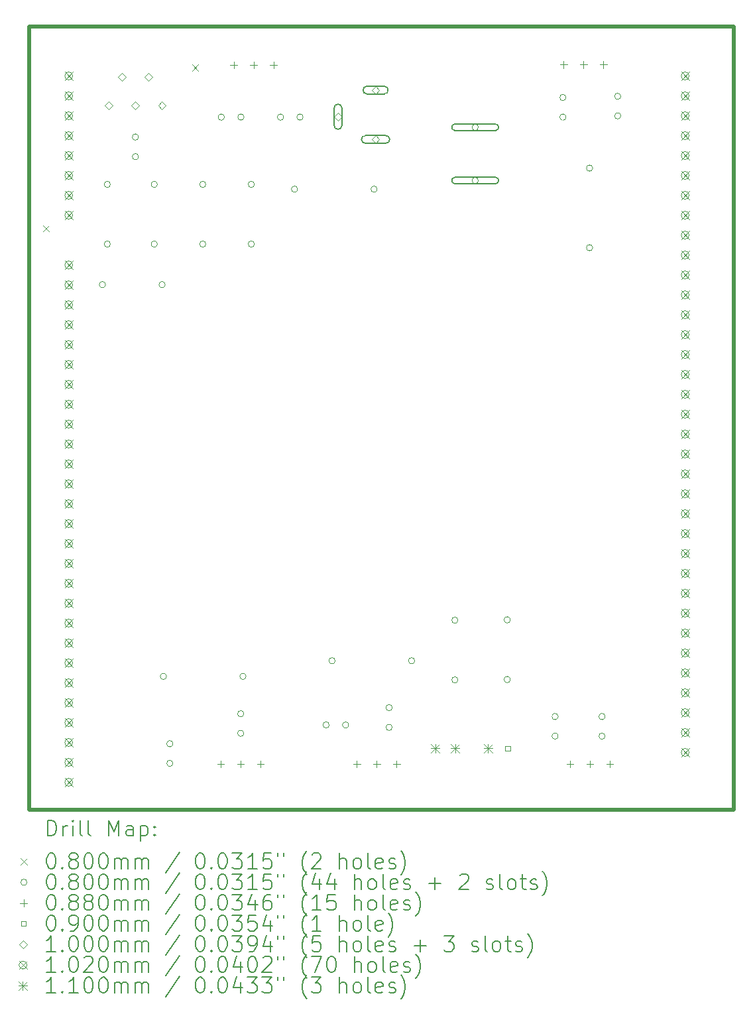
<source format=gbr>
%TF.GenerationSoftware,KiCad,Pcbnew,7.0.7-7.0.7~ubuntu22.04.1*%
%TF.CreationDate,2023-08-25T15:10:03-03:00*%
%TF.ProjectId,Fonte_tensao_LM675_v05,466f6e74-655f-4746-956e-73616f5f4c4d,v02*%
%TF.SameCoordinates,Original*%
%TF.FileFunction,Drillmap*%
%TF.FilePolarity,Positive*%
%FSLAX45Y45*%
G04 Gerber Fmt 4.5, Leading zero omitted, Abs format (unit mm)*
G04 Created by KiCad (PCBNEW 7.0.7-7.0.7~ubuntu22.04.1) date 2023-08-25 15:10:03*
%MOMM*%
%LPD*%
G01*
G04 APERTURE LIST*
%ADD10C,0.500000*%
%ADD11C,0.200000*%
%ADD12C,0.080000*%
%ADD13C,0.088000*%
%ADD14C,0.090000*%
%ADD15C,0.100000*%
%ADD16C,0.102000*%
%ADD17C,0.110000*%
G04 APERTURE END LIST*
D10*
X19160000Y-5080000D02*
X10160000Y-5080000D01*
X19160000Y-15080000D02*
X19160000Y-5080000D01*
X19159982Y-15079980D02*
X10160000Y-15079980D01*
X10160000Y-5080000D02*
X10160000Y-15079980D01*
D11*
D12*
X10339710Y-7621910D02*
X10419710Y-7701910D01*
X10419710Y-7621910D02*
X10339710Y-7701910D01*
X12244380Y-5570250D02*
X12324380Y-5650250D01*
X12324380Y-5570250D02*
X12244380Y-5650250D01*
X11139000Y-8380000D02*
G75*
G03*
X11139000Y-8380000I-40000J0D01*
G01*
X11200000Y-7099000D02*
G75*
G03*
X11200000Y-7099000I-40000J0D01*
G01*
X11200000Y-7861000D02*
G75*
G03*
X11200000Y-7861000I-40000J0D01*
G01*
X11560000Y-6495000D02*
G75*
G03*
X11560000Y-6495000I-40000J0D01*
G01*
X11560000Y-6745000D02*
G75*
G03*
X11560000Y-6745000I-40000J0D01*
G01*
X11800000Y-7099000D02*
G75*
G03*
X11800000Y-7099000I-40000J0D01*
G01*
X11800000Y-7861000D02*
G75*
G03*
X11800000Y-7861000I-40000J0D01*
G01*
X11901000Y-8380000D02*
G75*
G03*
X11901000Y-8380000I-40000J0D01*
G01*
X11917000Y-13380000D02*
G75*
G03*
X11917000Y-13380000I-40000J0D01*
G01*
X12000000Y-14240000D02*
G75*
G03*
X12000000Y-14240000I-40000J0D01*
G01*
X12000000Y-14490000D02*
G75*
G03*
X12000000Y-14490000I-40000J0D01*
G01*
X12420000Y-7099000D02*
G75*
G03*
X12420000Y-7099000I-40000J0D01*
G01*
X12420000Y-7861000D02*
G75*
G03*
X12420000Y-7861000I-40000J0D01*
G01*
X12657110Y-6240000D02*
G75*
G03*
X12657110Y-6240000I-40000J0D01*
G01*
X12905000Y-13857110D02*
G75*
G03*
X12905000Y-13857110I-40000J0D01*
G01*
X12905000Y-14107110D02*
G75*
G03*
X12905000Y-14107110I-40000J0D01*
G01*
X12907110Y-6240000D02*
G75*
G03*
X12907110Y-6240000I-40000J0D01*
G01*
X12933000Y-13380000D02*
G75*
G03*
X12933000Y-13380000I-40000J0D01*
G01*
X13040000Y-7099000D02*
G75*
G03*
X13040000Y-7099000I-40000J0D01*
G01*
X13040000Y-7861000D02*
G75*
G03*
X13040000Y-7861000I-40000J0D01*
G01*
X13412890Y-6240000D02*
G75*
G03*
X13412890Y-6240000I-40000J0D01*
G01*
X13592000Y-7160000D02*
G75*
G03*
X13592000Y-7160000I-40000J0D01*
G01*
X13662890Y-6240000D02*
G75*
G03*
X13662890Y-6240000I-40000J0D01*
G01*
X13995000Y-14000000D02*
G75*
G03*
X13995000Y-14000000I-40000J0D01*
G01*
X14072000Y-13180000D02*
G75*
G03*
X14072000Y-13180000I-40000J0D01*
G01*
X14245000Y-14000000D02*
G75*
G03*
X14245000Y-14000000I-40000J0D01*
G01*
X14608000Y-7160000D02*
G75*
G03*
X14608000Y-7160000I-40000J0D01*
G01*
X14800000Y-13780000D02*
G75*
G03*
X14800000Y-13780000I-40000J0D01*
G01*
X14800000Y-14030000D02*
G75*
G03*
X14800000Y-14030000I-40000J0D01*
G01*
X15088000Y-13180000D02*
G75*
G03*
X15088000Y-13180000I-40000J0D01*
G01*
X15640000Y-12663000D02*
G75*
G03*
X15640000Y-12663000I-40000J0D01*
G01*
X15640000Y-13425000D02*
G75*
G03*
X15640000Y-13425000I-40000J0D01*
G01*
X15900000Y-6370000D02*
G75*
G03*
X15900000Y-6370000I-40000J0D01*
G01*
D11*
X15600000Y-6410000D02*
X16120000Y-6410000D01*
X16120000Y-6410000D02*
G75*
G03*
X16120000Y-6330000I0J40000D01*
G01*
X16120000Y-6330000D02*
X15600000Y-6330000D01*
X15600000Y-6330000D02*
G75*
G03*
X15600000Y-6410000I0J-40000D01*
G01*
D12*
X15900000Y-7050000D02*
G75*
G03*
X15900000Y-7050000I-40000J0D01*
G01*
D11*
X15600000Y-7090000D02*
X16120000Y-7090000D01*
X16120000Y-7090000D02*
G75*
G03*
X16120000Y-7010000I0J40000D01*
G01*
X16120000Y-7010000D02*
X15600000Y-7010000D01*
X15600000Y-7010000D02*
G75*
G03*
X15600000Y-7090000I0J-40000D01*
G01*
D12*
X16309470Y-12658120D02*
G75*
G03*
X16309470Y-12658120I-40000J0D01*
G01*
X16309470Y-13420120D02*
G75*
G03*
X16309470Y-13420120I-40000J0D01*
G01*
X16920000Y-13892890D02*
G75*
G03*
X16920000Y-13892890I-40000J0D01*
G01*
X16920000Y-14142890D02*
G75*
G03*
X16920000Y-14142890I-40000J0D01*
G01*
X17020000Y-5990000D02*
G75*
G03*
X17020000Y-5990000I-40000J0D01*
G01*
X17020000Y-6240000D02*
G75*
G03*
X17020000Y-6240000I-40000J0D01*
G01*
X17360000Y-6892000D02*
G75*
G03*
X17360000Y-6892000I-40000J0D01*
G01*
X17360000Y-7908000D02*
G75*
G03*
X17360000Y-7908000I-40000J0D01*
G01*
X17520000Y-13892890D02*
G75*
G03*
X17520000Y-13892890I-40000J0D01*
G01*
X17520000Y-14142890D02*
G75*
G03*
X17520000Y-14142890I-40000J0D01*
G01*
X17720000Y-5975000D02*
G75*
G03*
X17720000Y-5975000I-40000J0D01*
G01*
X17720000Y-6225000D02*
G75*
G03*
X17720000Y-6225000I-40000J0D01*
G01*
D13*
X12612000Y-14456000D02*
X12612000Y-14544000D01*
X12568000Y-14500000D02*
X12656000Y-14500000D01*
X12775000Y-5531000D02*
X12775000Y-5619000D01*
X12731000Y-5575000D02*
X12819000Y-5575000D01*
X12866000Y-14456000D02*
X12866000Y-14544000D01*
X12822000Y-14500000D02*
X12910000Y-14500000D01*
X13029000Y-5531000D02*
X13029000Y-5619000D01*
X12985000Y-5575000D02*
X13073000Y-5575000D01*
X13120000Y-14456000D02*
X13120000Y-14544000D01*
X13076000Y-14500000D02*
X13164000Y-14500000D01*
X13283000Y-5531000D02*
X13283000Y-5619000D01*
X13239000Y-5575000D02*
X13327000Y-5575000D01*
X14348510Y-14456000D02*
X14348510Y-14544000D01*
X14304510Y-14500000D02*
X14392510Y-14500000D01*
X14602510Y-14456000D02*
X14602510Y-14544000D01*
X14558510Y-14500000D02*
X14646510Y-14500000D01*
X14856510Y-14456000D02*
X14856510Y-14544000D01*
X14812510Y-14500000D02*
X14900510Y-14500000D01*
X16991000Y-5525500D02*
X16991000Y-5613500D01*
X16947000Y-5569500D02*
X17035000Y-5569500D01*
X17071000Y-14456000D02*
X17071000Y-14544000D01*
X17027000Y-14500000D02*
X17115000Y-14500000D01*
X17245000Y-5525500D02*
X17245000Y-5613500D01*
X17201000Y-5569500D02*
X17289000Y-5569500D01*
X17325000Y-14456000D02*
X17325000Y-14544000D01*
X17281000Y-14500000D02*
X17369000Y-14500000D01*
X17499000Y-5525500D02*
X17499000Y-5613500D01*
X17455000Y-5569500D02*
X17543000Y-5569500D01*
X17579000Y-14456000D02*
X17579000Y-14544000D01*
X17535000Y-14500000D02*
X17623000Y-14500000D01*
D14*
X16308320Y-14331820D02*
X16308320Y-14268180D01*
X16244680Y-14268180D01*
X16244680Y-14331820D01*
X16308320Y-14331820D01*
D15*
X11180000Y-6145000D02*
X11230000Y-6095000D01*
X11180000Y-6045000D01*
X11130000Y-6095000D01*
X11180000Y-6145000D01*
X11350000Y-5775000D02*
X11400000Y-5725000D01*
X11350000Y-5675000D01*
X11300000Y-5725000D01*
X11350000Y-5775000D01*
X11520000Y-6145000D02*
X11570000Y-6095000D01*
X11520000Y-6045000D01*
X11470000Y-6095000D01*
X11520000Y-6145000D01*
X11690000Y-5775000D02*
X11740000Y-5725000D01*
X11690000Y-5675000D01*
X11640000Y-5725000D01*
X11690000Y-5775000D01*
X11860000Y-6145000D02*
X11910000Y-6095000D01*
X11860000Y-6045000D01*
X11810000Y-6095000D01*
X11860000Y-6145000D01*
X14107340Y-6285540D02*
X14157340Y-6235540D01*
X14107340Y-6185540D01*
X14057340Y-6235540D01*
X14107340Y-6285540D01*
D11*
X14157340Y-6345540D02*
X14157340Y-6125540D01*
X14157340Y-6125540D02*
G75*
G03*
X14057340Y-6125540I-50000J0D01*
G01*
X14057340Y-6125540D02*
X14057340Y-6345540D01*
X14057340Y-6345540D02*
G75*
G03*
X14157340Y-6345540I50000J0D01*
G01*
D15*
X14587340Y-5945540D02*
X14637340Y-5895540D01*
X14587340Y-5845540D01*
X14537340Y-5895540D01*
X14587340Y-5945540D01*
D11*
X14697340Y-5845540D02*
X14477340Y-5845540D01*
X14477340Y-5845540D02*
G75*
G03*
X14477340Y-5945540I0J-50000D01*
G01*
X14477340Y-5945540D02*
X14697340Y-5945540D01*
X14697340Y-5945540D02*
G75*
G03*
X14697340Y-5845540I0J50000D01*
G01*
D15*
X14587340Y-6575540D02*
X14637340Y-6525540D01*
X14587340Y-6475540D01*
X14537340Y-6525540D01*
X14587340Y-6575540D01*
D11*
X14717340Y-6475540D02*
X14457340Y-6475540D01*
X14457340Y-6475540D02*
G75*
G03*
X14457340Y-6575540I0J-50000D01*
G01*
X14457340Y-6575540D02*
X14717340Y-6575540D01*
X14717340Y-6575540D02*
G75*
G03*
X14717340Y-6475540I0J50000D01*
G01*
D16*
X10617000Y-5664000D02*
X10719000Y-5766000D01*
X10719000Y-5664000D02*
X10617000Y-5766000D01*
X10719000Y-5715000D02*
G75*
G03*
X10719000Y-5715000I-51000J0D01*
G01*
X10617000Y-5918000D02*
X10719000Y-6020000D01*
X10719000Y-5918000D02*
X10617000Y-6020000D01*
X10719000Y-5969000D02*
G75*
G03*
X10719000Y-5969000I-51000J0D01*
G01*
X10617000Y-6172000D02*
X10719000Y-6274000D01*
X10719000Y-6172000D02*
X10617000Y-6274000D01*
X10719000Y-6223000D02*
G75*
G03*
X10719000Y-6223000I-51000J0D01*
G01*
X10617000Y-6426000D02*
X10719000Y-6528000D01*
X10719000Y-6426000D02*
X10617000Y-6528000D01*
X10719000Y-6477000D02*
G75*
G03*
X10719000Y-6477000I-51000J0D01*
G01*
X10617000Y-6680000D02*
X10719000Y-6782000D01*
X10719000Y-6680000D02*
X10617000Y-6782000D01*
X10719000Y-6731000D02*
G75*
G03*
X10719000Y-6731000I-51000J0D01*
G01*
X10617000Y-6934000D02*
X10719000Y-7036000D01*
X10719000Y-6934000D02*
X10617000Y-7036000D01*
X10719000Y-6985000D02*
G75*
G03*
X10719000Y-6985000I-51000J0D01*
G01*
X10617000Y-7188000D02*
X10719000Y-7290000D01*
X10719000Y-7188000D02*
X10617000Y-7290000D01*
X10719000Y-7239000D02*
G75*
G03*
X10719000Y-7239000I-51000J0D01*
G01*
X10617000Y-7442000D02*
X10719000Y-7544000D01*
X10719000Y-7442000D02*
X10617000Y-7544000D01*
X10719000Y-7493000D02*
G75*
G03*
X10719000Y-7493000I-51000J0D01*
G01*
X10617000Y-8077000D02*
X10719000Y-8179000D01*
X10719000Y-8077000D02*
X10617000Y-8179000D01*
X10719000Y-8128000D02*
G75*
G03*
X10719000Y-8128000I-51000J0D01*
G01*
X10617000Y-8331000D02*
X10719000Y-8433000D01*
X10719000Y-8331000D02*
X10617000Y-8433000D01*
X10719000Y-8382000D02*
G75*
G03*
X10719000Y-8382000I-51000J0D01*
G01*
X10617000Y-8585000D02*
X10719000Y-8687000D01*
X10719000Y-8585000D02*
X10617000Y-8687000D01*
X10719000Y-8636000D02*
G75*
G03*
X10719000Y-8636000I-51000J0D01*
G01*
X10617000Y-8839000D02*
X10719000Y-8941000D01*
X10719000Y-8839000D02*
X10617000Y-8941000D01*
X10719000Y-8890000D02*
G75*
G03*
X10719000Y-8890000I-51000J0D01*
G01*
X10617000Y-9093000D02*
X10719000Y-9195000D01*
X10719000Y-9093000D02*
X10617000Y-9195000D01*
X10719000Y-9144000D02*
G75*
G03*
X10719000Y-9144000I-51000J0D01*
G01*
X10617000Y-9347000D02*
X10719000Y-9449000D01*
X10719000Y-9347000D02*
X10617000Y-9449000D01*
X10719000Y-9398000D02*
G75*
G03*
X10719000Y-9398000I-51000J0D01*
G01*
X10617000Y-9601000D02*
X10719000Y-9703000D01*
X10719000Y-9601000D02*
X10617000Y-9703000D01*
X10719000Y-9652000D02*
G75*
G03*
X10719000Y-9652000I-51000J0D01*
G01*
X10617000Y-9855000D02*
X10719000Y-9957000D01*
X10719000Y-9855000D02*
X10617000Y-9957000D01*
X10719000Y-9906000D02*
G75*
G03*
X10719000Y-9906000I-51000J0D01*
G01*
X10617000Y-10109000D02*
X10719000Y-10211000D01*
X10719000Y-10109000D02*
X10617000Y-10211000D01*
X10719000Y-10160000D02*
G75*
G03*
X10719000Y-10160000I-51000J0D01*
G01*
X10617000Y-10363000D02*
X10719000Y-10465000D01*
X10719000Y-10363000D02*
X10617000Y-10465000D01*
X10719000Y-10414000D02*
G75*
G03*
X10719000Y-10414000I-51000J0D01*
G01*
X10617000Y-10617000D02*
X10719000Y-10719000D01*
X10719000Y-10617000D02*
X10617000Y-10719000D01*
X10719000Y-10668000D02*
G75*
G03*
X10719000Y-10668000I-51000J0D01*
G01*
X10617000Y-10871000D02*
X10719000Y-10973000D01*
X10719000Y-10871000D02*
X10617000Y-10973000D01*
X10719000Y-10922000D02*
G75*
G03*
X10719000Y-10922000I-51000J0D01*
G01*
X10617000Y-11125000D02*
X10719000Y-11227000D01*
X10719000Y-11125000D02*
X10617000Y-11227000D01*
X10719000Y-11176000D02*
G75*
G03*
X10719000Y-11176000I-51000J0D01*
G01*
X10617000Y-11379000D02*
X10719000Y-11481000D01*
X10719000Y-11379000D02*
X10617000Y-11481000D01*
X10719000Y-11430000D02*
G75*
G03*
X10719000Y-11430000I-51000J0D01*
G01*
X10617000Y-11633000D02*
X10719000Y-11735000D01*
X10719000Y-11633000D02*
X10617000Y-11735000D01*
X10719000Y-11684000D02*
G75*
G03*
X10719000Y-11684000I-51000J0D01*
G01*
X10617000Y-11887000D02*
X10719000Y-11989000D01*
X10719000Y-11887000D02*
X10617000Y-11989000D01*
X10719000Y-11938000D02*
G75*
G03*
X10719000Y-11938000I-51000J0D01*
G01*
X10617000Y-12141000D02*
X10719000Y-12243000D01*
X10719000Y-12141000D02*
X10617000Y-12243000D01*
X10719000Y-12192000D02*
G75*
G03*
X10719000Y-12192000I-51000J0D01*
G01*
X10617000Y-12395000D02*
X10719000Y-12497000D01*
X10719000Y-12395000D02*
X10617000Y-12497000D01*
X10719000Y-12446000D02*
G75*
G03*
X10719000Y-12446000I-51000J0D01*
G01*
X10617000Y-12649000D02*
X10719000Y-12751000D01*
X10719000Y-12649000D02*
X10617000Y-12751000D01*
X10719000Y-12700000D02*
G75*
G03*
X10719000Y-12700000I-51000J0D01*
G01*
X10617000Y-12903000D02*
X10719000Y-13005000D01*
X10719000Y-12903000D02*
X10617000Y-13005000D01*
X10719000Y-12954000D02*
G75*
G03*
X10719000Y-12954000I-51000J0D01*
G01*
X10617000Y-13157000D02*
X10719000Y-13259000D01*
X10719000Y-13157000D02*
X10617000Y-13259000D01*
X10719000Y-13208000D02*
G75*
G03*
X10719000Y-13208000I-51000J0D01*
G01*
X10617000Y-13411000D02*
X10719000Y-13513000D01*
X10719000Y-13411000D02*
X10617000Y-13513000D01*
X10719000Y-13462000D02*
G75*
G03*
X10719000Y-13462000I-51000J0D01*
G01*
X10617000Y-13665000D02*
X10719000Y-13767000D01*
X10719000Y-13665000D02*
X10617000Y-13767000D01*
X10719000Y-13716000D02*
G75*
G03*
X10719000Y-13716000I-51000J0D01*
G01*
X10617000Y-13919000D02*
X10719000Y-14021000D01*
X10719000Y-13919000D02*
X10617000Y-14021000D01*
X10719000Y-13970000D02*
G75*
G03*
X10719000Y-13970000I-51000J0D01*
G01*
X10617000Y-14173000D02*
X10719000Y-14275000D01*
X10719000Y-14173000D02*
X10617000Y-14275000D01*
X10719000Y-14224000D02*
G75*
G03*
X10719000Y-14224000I-51000J0D01*
G01*
X10617000Y-14427000D02*
X10719000Y-14529000D01*
X10719000Y-14427000D02*
X10617000Y-14529000D01*
X10719000Y-14478000D02*
G75*
G03*
X10719000Y-14478000I-51000J0D01*
G01*
X10617000Y-14681000D02*
X10719000Y-14783000D01*
X10719000Y-14681000D02*
X10617000Y-14783000D01*
X10719000Y-14732000D02*
G75*
G03*
X10719000Y-14732000I-51000J0D01*
G01*
X18491000Y-5664000D02*
X18593000Y-5766000D01*
X18593000Y-5664000D02*
X18491000Y-5766000D01*
X18593000Y-5715000D02*
G75*
G03*
X18593000Y-5715000I-51000J0D01*
G01*
X18491000Y-5918000D02*
X18593000Y-6020000D01*
X18593000Y-5918000D02*
X18491000Y-6020000D01*
X18593000Y-5969000D02*
G75*
G03*
X18593000Y-5969000I-51000J0D01*
G01*
X18491000Y-6172000D02*
X18593000Y-6274000D01*
X18593000Y-6172000D02*
X18491000Y-6274000D01*
X18593000Y-6223000D02*
G75*
G03*
X18593000Y-6223000I-51000J0D01*
G01*
X18491000Y-6426000D02*
X18593000Y-6528000D01*
X18593000Y-6426000D02*
X18491000Y-6528000D01*
X18593000Y-6477000D02*
G75*
G03*
X18593000Y-6477000I-51000J0D01*
G01*
X18491000Y-6680000D02*
X18593000Y-6782000D01*
X18593000Y-6680000D02*
X18491000Y-6782000D01*
X18593000Y-6731000D02*
G75*
G03*
X18593000Y-6731000I-51000J0D01*
G01*
X18491000Y-6934000D02*
X18593000Y-7036000D01*
X18593000Y-6934000D02*
X18491000Y-7036000D01*
X18593000Y-6985000D02*
G75*
G03*
X18593000Y-6985000I-51000J0D01*
G01*
X18491000Y-7188000D02*
X18593000Y-7290000D01*
X18593000Y-7188000D02*
X18491000Y-7290000D01*
X18593000Y-7239000D02*
G75*
G03*
X18593000Y-7239000I-51000J0D01*
G01*
X18491000Y-7442000D02*
X18593000Y-7544000D01*
X18593000Y-7442000D02*
X18491000Y-7544000D01*
X18593000Y-7493000D02*
G75*
G03*
X18593000Y-7493000I-51000J0D01*
G01*
X18491000Y-7696000D02*
X18593000Y-7798000D01*
X18593000Y-7696000D02*
X18491000Y-7798000D01*
X18593000Y-7747000D02*
G75*
G03*
X18593000Y-7747000I-51000J0D01*
G01*
X18491000Y-7950000D02*
X18593000Y-8052000D01*
X18593000Y-7950000D02*
X18491000Y-8052000D01*
X18593000Y-8001000D02*
G75*
G03*
X18593000Y-8001000I-51000J0D01*
G01*
X18491000Y-8204000D02*
X18593000Y-8306000D01*
X18593000Y-8204000D02*
X18491000Y-8306000D01*
X18593000Y-8255000D02*
G75*
G03*
X18593000Y-8255000I-51000J0D01*
G01*
X18491000Y-8458000D02*
X18593000Y-8560000D01*
X18593000Y-8458000D02*
X18491000Y-8560000D01*
X18593000Y-8509000D02*
G75*
G03*
X18593000Y-8509000I-51000J0D01*
G01*
X18491000Y-8712000D02*
X18593000Y-8814000D01*
X18593000Y-8712000D02*
X18491000Y-8814000D01*
X18593000Y-8763000D02*
G75*
G03*
X18593000Y-8763000I-51000J0D01*
G01*
X18491000Y-8966000D02*
X18593000Y-9068000D01*
X18593000Y-8966000D02*
X18491000Y-9068000D01*
X18593000Y-9017000D02*
G75*
G03*
X18593000Y-9017000I-51000J0D01*
G01*
X18491000Y-9220000D02*
X18593000Y-9322000D01*
X18593000Y-9220000D02*
X18491000Y-9322000D01*
X18593000Y-9271000D02*
G75*
G03*
X18593000Y-9271000I-51000J0D01*
G01*
X18491000Y-9474000D02*
X18593000Y-9576000D01*
X18593000Y-9474000D02*
X18491000Y-9576000D01*
X18593000Y-9525000D02*
G75*
G03*
X18593000Y-9525000I-51000J0D01*
G01*
X18491000Y-9728000D02*
X18593000Y-9830000D01*
X18593000Y-9728000D02*
X18491000Y-9830000D01*
X18593000Y-9779000D02*
G75*
G03*
X18593000Y-9779000I-51000J0D01*
G01*
X18491000Y-9982000D02*
X18593000Y-10084000D01*
X18593000Y-9982000D02*
X18491000Y-10084000D01*
X18593000Y-10033000D02*
G75*
G03*
X18593000Y-10033000I-51000J0D01*
G01*
X18491000Y-10236000D02*
X18593000Y-10338000D01*
X18593000Y-10236000D02*
X18491000Y-10338000D01*
X18593000Y-10287000D02*
G75*
G03*
X18593000Y-10287000I-51000J0D01*
G01*
X18491000Y-10490000D02*
X18593000Y-10592000D01*
X18593000Y-10490000D02*
X18491000Y-10592000D01*
X18593000Y-10541000D02*
G75*
G03*
X18593000Y-10541000I-51000J0D01*
G01*
X18491000Y-10744000D02*
X18593000Y-10846000D01*
X18593000Y-10744000D02*
X18491000Y-10846000D01*
X18593000Y-10795000D02*
G75*
G03*
X18593000Y-10795000I-51000J0D01*
G01*
X18491000Y-10998000D02*
X18593000Y-11100000D01*
X18593000Y-10998000D02*
X18491000Y-11100000D01*
X18593000Y-11049000D02*
G75*
G03*
X18593000Y-11049000I-51000J0D01*
G01*
X18491000Y-11252000D02*
X18593000Y-11354000D01*
X18593000Y-11252000D02*
X18491000Y-11354000D01*
X18593000Y-11303000D02*
G75*
G03*
X18593000Y-11303000I-51000J0D01*
G01*
X18491000Y-11506000D02*
X18593000Y-11608000D01*
X18593000Y-11506000D02*
X18491000Y-11608000D01*
X18593000Y-11557000D02*
G75*
G03*
X18593000Y-11557000I-51000J0D01*
G01*
X18491000Y-11760000D02*
X18593000Y-11862000D01*
X18593000Y-11760000D02*
X18491000Y-11862000D01*
X18593000Y-11811000D02*
G75*
G03*
X18593000Y-11811000I-51000J0D01*
G01*
X18491000Y-12014000D02*
X18593000Y-12116000D01*
X18593000Y-12014000D02*
X18491000Y-12116000D01*
X18593000Y-12065000D02*
G75*
G03*
X18593000Y-12065000I-51000J0D01*
G01*
X18491000Y-12268000D02*
X18593000Y-12370000D01*
X18593000Y-12268000D02*
X18491000Y-12370000D01*
X18593000Y-12319000D02*
G75*
G03*
X18593000Y-12319000I-51000J0D01*
G01*
X18491000Y-12522000D02*
X18593000Y-12624000D01*
X18593000Y-12522000D02*
X18491000Y-12624000D01*
X18593000Y-12573000D02*
G75*
G03*
X18593000Y-12573000I-51000J0D01*
G01*
X18491000Y-12776000D02*
X18593000Y-12878000D01*
X18593000Y-12776000D02*
X18491000Y-12878000D01*
X18593000Y-12827000D02*
G75*
G03*
X18593000Y-12827000I-51000J0D01*
G01*
X18491000Y-13030000D02*
X18593000Y-13132000D01*
X18593000Y-13030000D02*
X18491000Y-13132000D01*
X18593000Y-13081000D02*
G75*
G03*
X18593000Y-13081000I-51000J0D01*
G01*
X18491000Y-13284000D02*
X18593000Y-13386000D01*
X18593000Y-13284000D02*
X18491000Y-13386000D01*
X18593000Y-13335000D02*
G75*
G03*
X18593000Y-13335000I-51000J0D01*
G01*
X18491000Y-13538000D02*
X18593000Y-13640000D01*
X18593000Y-13538000D02*
X18491000Y-13640000D01*
X18593000Y-13589000D02*
G75*
G03*
X18593000Y-13589000I-51000J0D01*
G01*
X18491000Y-13792000D02*
X18593000Y-13894000D01*
X18593000Y-13792000D02*
X18491000Y-13894000D01*
X18593000Y-13843000D02*
G75*
G03*
X18593000Y-13843000I-51000J0D01*
G01*
X18491000Y-14046000D02*
X18593000Y-14148000D01*
X18593000Y-14046000D02*
X18491000Y-14148000D01*
X18593000Y-14097000D02*
G75*
G03*
X18593000Y-14097000I-51000J0D01*
G01*
X18491000Y-14300000D02*
X18593000Y-14402000D01*
X18593000Y-14300000D02*
X18491000Y-14402000D01*
X18593000Y-14351000D02*
G75*
G03*
X18593000Y-14351000I-51000J0D01*
G01*
D17*
X15295000Y-14245000D02*
X15405000Y-14355000D01*
X15405000Y-14245000D02*
X15295000Y-14355000D01*
X15350000Y-14245000D02*
X15350000Y-14355000D01*
X15295000Y-14300000D02*
X15405000Y-14300000D01*
X15549000Y-14245000D02*
X15659000Y-14355000D01*
X15659000Y-14245000D02*
X15549000Y-14355000D01*
X15604000Y-14245000D02*
X15604000Y-14355000D01*
X15549000Y-14300000D02*
X15659000Y-14300000D01*
X15967500Y-14245000D02*
X16077500Y-14355000D01*
X16077500Y-14245000D02*
X15967500Y-14355000D01*
X16022500Y-14245000D02*
X16022500Y-14355000D01*
X15967500Y-14300000D02*
X16077500Y-14300000D01*
D11*
X10395777Y-15416484D02*
X10395777Y-15216484D01*
X10395777Y-15216484D02*
X10443396Y-15216484D01*
X10443396Y-15216484D02*
X10471967Y-15226008D01*
X10471967Y-15226008D02*
X10491015Y-15245055D01*
X10491015Y-15245055D02*
X10500539Y-15264103D01*
X10500539Y-15264103D02*
X10510063Y-15302198D01*
X10510063Y-15302198D02*
X10510063Y-15330769D01*
X10510063Y-15330769D02*
X10500539Y-15368865D01*
X10500539Y-15368865D02*
X10491015Y-15387912D01*
X10491015Y-15387912D02*
X10471967Y-15406960D01*
X10471967Y-15406960D02*
X10443396Y-15416484D01*
X10443396Y-15416484D02*
X10395777Y-15416484D01*
X10595777Y-15416484D02*
X10595777Y-15283150D01*
X10595777Y-15321246D02*
X10605301Y-15302198D01*
X10605301Y-15302198D02*
X10614824Y-15292674D01*
X10614824Y-15292674D02*
X10633872Y-15283150D01*
X10633872Y-15283150D02*
X10652920Y-15283150D01*
X10719586Y-15416484D02*
X10719586Y-15283150D01*
X10719586Y-15216484D02*
X10710063Y-15226008D01*
X10710063Y-15226008D02*
X10719586Y-15235531D01*
X10719586Y-15235531D02*
X10729110Y-15226008D01*
X10729110Y-15226008D02*
X10719586Y-15216484D01*
X10719586Y-15216484D02*
X10719586Y-15235531D01*
X10843396Y-15416484D02*
X10824348Y-15406960D01*
X10824348Y-15406960D02*
X10814824Y-15387912D01*
X10814824Y-15387912D02*
X10814824Y-15216484D01*
X10948158Y-15416484D02*
X10929110Y-15406960D01*
X10929110Y-15406960D02*
X10919586Y-15387912D01*
X10919586Y-15387912D02*
X10919586Y-15216484D01*
X11176729Y-15416484D02*
X11176729Y-15216484D01*
X11176729Y-15216484D02*
X11243396Y-15359341D01*
X11243396Y-15359341D02*
X11310062Y-15216484D01*
X11310062Y-15216484D02*
X11310062Y-15416484D01*
X11491015Y-15416484D02*
X11491015Y-15311722D01*
X11491015Y-15311722D02*
X11481491Y-15292674D01*
X11481491Y-15292674D02*
X11462443Y-15283150D01*
X11462443Y-15283150D02*
X11424348Y-15283150D01*
X11424348Y-15283150D02*
X11405301Y-15292674D01*
X11491015Y-15406960D02*
X11471967Y-15416484D01*
X11471967Y-15416484D02*
X11424348Y-15416484D01*
X11424348Y-15416484D02*
X11405301Y-15406960D01*
X11405301Y-15406960D02*
X11395777Y-15387912D01*
X11395777Y-15387912D02*
X11395777Y-15368865D01*
X11395777Y-15368865D02*
X11405301Y-15349817D01*
X11405301Y-15349817D02*
X11424348Y-15340293D01*
X11424348Y-15340293D02*
X11471967Y-15340293D01*
X11471967Y-15340293D02*
X11491015Y-15330769D01*
X11586253Y-15283150D02*
X11586253Y-15483150D01*
X11586253Y-15292674D02*
X11605301Y-15283150D01*
X11605301Y-15283150D02*
X11643396Y-15283150D01*
X11643396Y-15283150D02*
X11662443Y-15292674D01*
X11662443Y-15292674D02*
X11671967Y-15302198D01*
X11671967Y-15302198D02*
X11681491Y-15321246D01*
X11681491Y-15321246D02*
X11681491Y-15378388D01*
X11681491Y-15378388D02*
X11671967Y-15397436D01*
X11671967Y-15397436D02*
X11662443Y-15406960D01*
X11662443Y-15406960D02*
X11643396Y-15416484D01*
X11643396Y-15416484D02*
X11605301Y-15416484D01*
X11605301Y-15416484D02*
X11586253Y-15406960D01*
X11767205Y-15397436D02*
X11776729Y-15406960D01*
X11776729Y-15406960D02*
X11767205Y-15416484D01*
X11767205Y-15416484D02*
X11757682Y-15406960D01*
X11757682Y-15406960D02*
X11767205Y-15397436D01*
X11767205Y-15397436D02*
X11767205Y-15416484D01*
X11767205Y-15292674D02*
X11776729Y-15302198D01*
X11776729Y-15302198D02*
X11767205Y-15311722D01*
X11767205Y-15311722D02*
X11757682Y-15302198D01*
X11757682Y-15302198D02*
X11767205Y-15292674D01*
X11767205Y-15292674D02*
X11767205Y-15311722D01*
D12*
X10055000Y-15705000D02*
X10135000Y-15785000D01*
X10135000Y-15705000D02*
X10055000Y-15785000D01*
D11*
X10433872Y-15636484D02*
X10452920Y-15636484D01*
X10452920Y-15636484D02*
X10471967Y-15646008D01*
X10471967Y-15646008D02*
X10481491Y-15655531D01*
X10481491Y-15655531D02*
X10491015Y-15674579D01*
X10491015Y-15674579D02*
X10500539Y-15712674D01*
X10500539Y-15712674D02*
X10500539Y-15760293D01*
X10500539Y-15760293D02*
X10491015Y-15798388D01*
X10491015Y-15798388D02*
X10481491Y-15817436D01*
X10481491Y-15817436D02*
X10471967Y-15826960D01*
X10471967Y-15826960D02*
X10452920Y-15836484D01*
X10452920Y-15836484D02*
X10433872Y-15836484D01*
X10433872Y-15836484D02*
X10414824Y-15826960D01*
X10414824Y-15826960D02*
X10405301Y-15817436D01*
X10405301Y-15817436D02*
X10395777Y-15798388D01*
X10395777Y-15798388D02*
X10386253Y-15760293D01*
X10386253Y-15760293D02*
X10386253Y-15712674D01*
X10386253Y-15712674D02*
X10395777Y-15674579D01*
X10395777Y-15674579D02*
X10405301Y-15655531D01*
X10405301Y-15655531D02*
X10414824Y-15646008D01*
X10414824Y-15646008D02*
X10433872Y-15636484D01*
X10586253Y-15817436D02*
X10595777Y-15826960D01*
X10595777Y-15826960D02*
X10586253Y-15836484D01*
X10586253Y-15836484D02*
X10576729Y-15826960D01*
X10576729Y-15826960D02*
X10586253Y-15817436D01*
X10586253Y-15817436D02*
X10586253Y-15836484D01*
X10710063Y-15722198D02*
X10691015Y-15712674D01*
X10691015Y-15712674D02*
X10681491Y-15703150D01*
X10681491Y-15703150D02*
X10671967Y-15684103D01*
X10671967Y-15684103D02*
X10671967Y-15674579D01*
X10671967Y-15674579D02*
X10681491Y-15655531D01*
X10681491Y-15655531D02*
X10691015Y-15646008D01*
X10691015Y-15646008D02*
X10710063Y-15636484D01*
X10710063Y-15636484D02*
X10748158Y-15636484D01*
X10748158Y-15636484D02*
X10767205Y-15646008D01*
X10767205Y-15646008D02*
X10776729Y-15655531D01*
X10776729Y-15655531D02*
X10786253Y-15674579D01*
X10786253Y-15674579D02*
X10786253Y-15684103D01*
X10786253Y-15684103D02*
X10776729Y-15703150D01*
X10776729Y-15703150D02*
X10767205Y-15712674D01*
X10767205Y-15712674D02*
X10748158Y-15722198D01*
X10748158Y-15722198D02*
X10710063Y-15722198D01*
X10710063Y-15722198D02*
X10691015Y-15731722D01*
X10691015Y-15731722D02*
X10681491Y-15741246D01*
X10681491Y-15741246D02*
X10671967Y-15760293D01*
X10671967Y-15760293D02*
X10671967Y-15798388D01*
X10671967Y-15798388D02*
X10681491Y-15817436D01*
X10681491Y-15817436D02*
X10691015Y-15826960D01*
X10691015Y-15826960D02*
X10710063Y-15836484D01*
X10710063Y-15836484D02*
X10748158Y-15836484D01*
X10748158Y-15836484D02*
X10767205Y-15826960D01*
X10767205Y-15826960D02*
X10776729Y-15817436D01*
X10776729Y-15817436D02*
X10786253Y-15798388D01*
X10786253Y-15798388D02*
X10786253Y-15760293D01*
X10786253Y-15760293D02*
X10776729Y-15741246D01*
X10776729Y-15741246D02*
X10767205Y-15731722D01*
X10767205Y-15731722D02*
X10748158Y-15722198D01*
X10910063Y-15636484D02*
X10929110Y-15636484D01*
X10929110Y-15636484D02*
X10948158Y-15646008D01*
X10948158Y-15646008D02*
X10957682Y-15655531D01*
X10957682Y-15655531D02*
X10967205Y-15674579D01*
X10967205Y-15674579D02*
X10976729Y-15712674D01*
X10976729Y-15712674D02*
X10976729Y-15760293D01*
X10976729Y-15760293D02*
X10967205Y-15798388D01*
X10967205Y-15798388D02*
X10957682Y-15817436D01*
X10957682Y-15817436D02*
X10948158Y-15826960D01*
X10948158Y-15826960D02*
X10929110Y-15836484D01*
X10929110Y-15836484D02*
X10910063Y-15836484D01*
X10910063Y-15836484D02*
X10891015Y-15826960D01*
X10891015Y-15826960D02*
X10881491Y-15817436D01*
X10881491Y-15817436D02*
X10871967Y-15798388D01*
X10871967Y-15798388D02*
X10862444Y-15760293D01*
X10862444Y-15760293D02*
X10862444Y-15712674D01*
X10862444Y-15712674D02*
X10871967Y-15674579D01*
X10871967Y-15674579D02*
X10881491Y-15655531D01*
X10881491Y-15655531D02*
X10891015Y-15646008D01*
X10891015Y-15646008D02*
X10910063Y-15636484D01*
X11100539Y-15636484D02*
X11119586Y-15636484D01*
X11119586Y-15636484D02*
X11138634Y-15646008D01*
X11138634Y-15646008D02*
X11148158Y-15655531D01*
X11148158Y-15655531D02*
X11157682Y-15674579D01*
X11157682Y-15674579D02*
X11167205Y-15712674D01*
X11167205Y-15712674D02*
X11167205Y-15760293D01*
X11167205Y-15760293D02*
X11157682Y-15798388D01*
X11157682Y-15798388D02*
X11148158Y-15817436D01*
X11148158Y-15817436D02*
X11138634Y-15826960D01*
X11138634Y-15826960D02*
X11119586Y-15836484D01*
X11119586Y-15836484D02*
X11100539Y-15836484D01*
X11100539Y-15836484D02*
X11081491Y-15826960D01*
X11081491Y-15826960D02*
X11071967Y-15817436D01*
X11071967Y-15817436D02*
X11062444Y-15798388D01*
X11062444Y-15798388D02*
X11052920Y-15760293D01*
X11052920Y-15760293D02*
X11052920Y-15712674D01*
X11052920Y-15712674D02*
X11062444Y-15674579D01*
X11062444Y-15674579D02*
X11071967Y-15655531D01*
X11071967Y-15655531D02*
X11081491Y-15646008D01*
X11081491Y-15646008D02*
X11100539Y-15636484D01*
X11252920Y-15836484D02*
X11252920Y-15703150D01*
X11252920Y-15722198D02*
X11262443Y-15712674D01*
X11262443Y-15712674D02*
X11281491Y-15703150D01*
X11281491Y-15703150D02*
X11310063Y-15703150D01*
X11310063Y-15703150D02*
X11329110Y-15712674D01*
X11329110Y-15712674D02*
X11338634Y-15731722D01*
X11338634Y-15731722D02*
X11338634Y-15836484D01*
X11338634Y-15731722D02*
X11348158Y-15712674D01*
X11348158Y-15712674D02*
X11367205Y-15703150D01*
X11367205Y-15703150D02*
X11395777Y-15703150D01*
X11395777Y-15703150D02*
X11414824Y-15712674D01*
X11414824Y-15712674D02*
X11424348Y-15731722D01*
X11424348Y-15731722D02*
X11424348Y-15836484D01*
X11519586Y-15836484D02*
X11519586Y-15703150D01*
X11519586Y-15722198D02*
X11529110Y-15712674D01*
X11529110Y-15712674D02*
X11548158Y-15703150D01*
X11548158Y-15703150D02*
X11576729Y-15703150D01*
X11576729Y-15703150D02*
X11595777Y-15712674D01*
X11595777Y-15712674D02*
X11605301Y-15731722D01*
X11605301Y-15731722D02*
X11605301Y-15836484D01*
X11605301Y-15731722D02*
X11614824Y-15712674D01*
X11614824Y-15712674D02*
X11633872Y-15703150D01*
X11633872Y-15703150D02*
X11662443Y-15703150D01*
X11662443Y-15703150D02*
X11681491Y-15712674D01*
X11681491Y-15712674D02*
X11691015Y-15731722D01*
X11691015Y-15731722D02*
X11691015Y-15836484D01*
X12081491Y-15626960D02*
X11910063Y-15884103D01*
X12338634Y-15636484D02*
X12357682Y-15636484D01*
X12357682Y-15636484D02*
X12376729Y-15646008D01*
X12376729Y-15646008D02*
X12386253Y-15655531D01*
X12386253Y-15655531D02*
X12395777Y-15674579D01*
X12395777Y-15674579D02*
X12405301Y-15712674D01*
X12405301Y-15712674D02*
X12405301Y-15760293D01*
X12405301Y-15760293D02*
X12395777Y-15798388D01*
X12395777Y-15798388D02*
X12386253Y-15817436D01*
X12386253Y-15817436D02*
X12376729Y-15826960D01*
X12376729Y-15826960D02*
X12357682Y-15836484D01*
X12357682Y-15836484D02*
X12338634Y-15836484D01*
X12338634Y-15836484D02*
X12319586Y-15826960D01*
X12319586Y-15826960D02*
X12310063Y-15817436D01*
X12310063Y-15817436D02*
X12300539Y-15798388D01*
X12300539Y-15798388D02*
X12291015Y-15760293D01*
X12291015Y-15760293D02*
X12291015Y-15712674D01*
X12291015Y-15712674D02*
X12300539Y-15674579D01*
X12300539Y-15674579D02*
X12310063Y-15655531D01*
X12310063Y-15655531D02*
X12319586Y-15646008D01*
X12319586Y-15646008D02*
X12338634Y-15636484D01*
X12491015Y-15817436D02*
X12500539Y-15826960D01*
X12500539Y-15826960D02*
X12491015Y-15836484D01*
X12491015Y-15836484D02*
X12481491Y-15826960D01*
X12481491Y-15826960D02*
X12491015Y-15817436D01*
X12491015Y-15817436D02*
X12491015Y-15836484D01*
X12624348Y-15636484D02*
X12643396Y-15636484D01*
X12643396Y-15636484D02*
X12662444Y-15646008D01*
X12662444Y-15646008D02*
X12671967Y-15655531D01*
X12671967Y-15655531D02*
X12681491Y-15674579D01*
X12681491Y-15674579D02*
X12691015Y-15712674D01*
X12691015Y-15712674D02*
X12691015Y-15760293D01*
X12691015Y-15760293D02*
X12681491Y-15798388D01*
X12681491Y-15798388D02*
X12671967Y-15817436D01*
X12671967Y-15817436D02*
X12662444Y-15826960D01*
X12662444Y-15826960D02*
X12643396Y-15836484D01*
X12643396Y-15836484D02*
X12624348Y-15836484D01*
X12624348Y-15836484D02*
X12605301Y-15826960D01*
X12605301Y-15826960D02*
X12595777Y-15817436D01*
X12595777Y-15817436D02*
X12586253Y-15798388D01*
X12586253Y-15798388D02*
X12576729Y-15760293D01*
X12576729Y-15760293D02*
X12576729Y-15712674D01*
X12576729Y-15712674D02*
X12586253Y-15674579D01*
X12586253Y-15674579D02*
X12595777Y-15655531D01*
X12595777Y-15655531D02*
X12605301Y-15646008D01*
X12605301Y-15646008D02*
X12624348Y-15636484D01*
X12757682Y-15636484D02*
X12881491Y-15636484D01*
X12881491Y-15636484D02*
X12814825Y-15712674D01*
X12814825Y-15712674D02*
X12843396Y-15712674D01*
X12843396Y-15712674D02*
X12862444Y-15722198D01*
X12862444Y-15722198D02*
X12871967Y-15731722D01*
X12871967Y-15731722D02*
X12881491Y-15750769D01*
X12881491Y-15750769D02*
X12881491Y-15798388D01*
X12881491Y-15798388D02*
X12871967Y-15817436D01*
X12871967Y-15817436D02*
X12862444Y-15826960D01*
X12862444Y-15826960D02*
X12843396Y-15836484D01*
X12843396Y-15836484D02*
X12786253Y-15836484D01*
X12786253Y-15836484D02*
X12767206Y-15826960D01*
X12767206Y-15826960D02*
X12757682Y-15817436D01*
X13071967Y-15836484D02*
X12957682Y-15836484D01*
X13014825Y-15836484D02*
X13014825Y-15636484D01*
X13014825Y-15636484D02*
X12995777Y-15665055D01*
X12995777Y-15665055D02*
X12976729Y-15684103D01*
X12976729Y-15684103D02*
X12957682Y-15693627D01*
X13252920Y-15636484D02*
X13157682Y-15636484D01*
X13157682Y-15636484D02*
X13148158Y-15731722D01*
X13148158Y-15731722D02*
X13157682Y-15722198D01*
X13157682Y-15722198D02*
X13176729Y-15712674D01*
X13176729Y-15712674D02*
X13224348Y-15712674D01*
X13224348Y-15712674D02*
X13243396Y-15722198D01*
X13243396Y-15722198D02*
X13252920Y-15731722D01*
X13252920Y-15731722D02*
X13262444Y-15750769D01*
X13262444Y-15750769D02*
X13262444Y-15798388D01*
X13262444Y-15798388D02*
X13252920Y-15817436D01*
X13252920Y-15817436D02*
X13243396Y-15826960D01*
X13243396Y-15826960D02*
X13224348Y-15836484D01*
X13224348Y-15836484D02*
X13176729Y-15836484D01*
X13176729Y-15836484D02*
X13157682Y-15826960D01*
X13157682Y-15826960D02*
X13148158Y-15817436D01*
X13338634Y-15636484D02*
X13338634Y-15674579D01*
X13414825Y-15636484D02*
X13414825Y-15674579D01*
X13710063Y-15912674D02*
X13700539Y-15903150D01*
X13700539Y-15903150D02*
X13681491Y-15874579D01*
X13681491Y-15874579D02*
X13671968Y-15855531D01*
X13671968Y-15855531D02*
X13662444Y-15826960D01*
X13662444Y-15826960D02*
X13652920Y-15779341D01*
X13652920Y-15779341D02*
X13652920Y-15741246D01*
X13652920Y-15741246D02*
X13662444Y-15693627D01*
X13662444Y-15693627D02*
X13671968Y-15665055D01*
X13671968Y-15665055D02*
X13681491Y-15646008D01*
X13681491Y-15646008D02*
X13700539Y-15617436D01*
X13700539Y-15617436D02*
X13710063Y-15607912D01*
X13776729Y-15655531D02*
X13786253Y-15646008D01*
X13786253Y-15646008D02*
X13805301Y-15636484D01*
X13805301Y-15636484D02*
X13852920Y-15636484D01*
X13852920Y-15636484D02*
X13871968Y-15646008D01*
X13871968Y-15646008D02*
X13881491Y-15655531D01*
X13881491Y-15655531D02*
X13891015Y-15674579D01*
X13891015Y-15674579D02*
X13891015Y-15693627D01*
X13891015Y-15693627D02*
X13881491Y-15722198D01*
X13881491Y-15722198D02*
X13767206Y-15836484D01*
X13767206Y-15836484D02*
X13891015Y-15836484D01*
X14129110Y-15836484D02*
X14129110Y-15636484D01*
X14214825Y-15836484D02*
X14214825Y-15731722D01*
X14214825Y-15731722D02*
X14205301Y-15712674D01*
X14205301Y-15712674D02*
X14186253Y-15703150D01*
X14186253Y-15703150D02*
X14157682Y-15703150D01*
X14157682Y-15703150D02*
X14138634Y-15712674D01*
X14138634Y-15712674D02*
X14129110Y-15722198D01*
X14338634Y-15836484D02*
X14319587Y-15826960D01*
X14319587Y-15826960D02*
X14310063Y-15817436D01*
X14310063Y-15817436D02*
X14300539Y-15798388D01*
X14300539Y-15798388D02*
X14300539Y-15741246D01*
X14300539Y-15741246D02*
X14310063Y-15722198D01*
X14310063Y-15722198D02*
X14319587Y-15712674D01*
X14319587Y-15712674D02*
X14338634Y-15703150D01*
X14338634Y-15703150D02*
X14367206Y-15703150D01*
X14367206Y-15703150D02*
X14386253Y-15712674D01*
X14386253Y-15712674D02*
X14395777Y-15722198D01*
X14395777Y-15722198D02*
X14405301Y-15741246D01*
X14405301Y-15741246D02*
X14405301Y-15798388D01*
X14405301Y-15798388D02*
X14395777Y-15817436D01*
X14395777Y-15817436D02*
X14386253Y-15826960D01*
X14386253Y-15826960D02*
X14367206Y-15836484D01*
X14367206Y-15836484D02*
X14338634Y-15836484D01*
X14519587Y-15836484D02*
X14500539Y-15826960D01*
X14500539Y-15826960D02*
X14491015Y-15807912D01*
X14491015Y-15807912D02*
X14491015Y-15636484D01*
X14671968Y-15826960D02*
X14652920Y-15836484D01*
X14652920Y-15836484D02*
X14614825Y-15836484D01*
X14614825Y-15836484D02*
X14595777Y-15826960D01*
X14595777Y-15826960D02*
X14586253Y-15807912D01*
X14586253Y-15807912D02*
X14586253Y-15731722D01*
X14586253Y-15731722D02*
X14595777Y-15712674D01*
X14595777Y-15712674D02*
X14614825Y-15703150D01*
X14614825Y-15703150D02*
X14652920Y-15703150D01*
X14652920Y-15703150D02*
X14671968Y-15712674D01*
X14671968Y-15712674D02*
X14681491Y-15731722D01*
X14681491Y-15731722D02*
X14681491Y-15750769D01*
X14681491Y-15750769D02*
X14586253Y-15769817D01*
X14757682Y-15826960D02*
X14776730Y-15836484D01*
X14776730Y-15836484D02*
X14814825Y-15836484D01*
X14814825Y-15836484D02*
X14833872Y-15826960D01*
X14833872Y-15826960D02*
X14843396Y-15807912D01*
X14843396Y-15807912D02*
X14843396Y-15798388D01*
X14843396Y-15798388D02*
X14833872Y-15779341D01*
X14833872Y-15779341D02*
X14814825Y-15769817D01*
X14814825Y-15769817D02*
X14786253Y-15769817D01*
X14786253Y-15769817D02*
X14767206Y-15760293D01*
X14767206Y-15760293D02*
X14757682Y-15741246D01*
X14757682Y-15741246D02*
X14757682Y-15731722D01*
X14757682Y-15731722D02*
X14767206Y-15712674D01*
X14767206Y-15712674D02*
X14786253Y-15703150D01*
X14786253Y-15703150D02*
X14814825Y-15703150D01*
X14814825Y-15703150D02*
X14833872Y-15712674D01*
X14910063Y-15912674D02*
X14919587Y-15903150D01*
X14919587Y-15903150D02*
X14938634Y-15874579D01*
X14938634Y-15874579D02*
X14948158Y-15855531D01*
X14948158Y-15855531D02*
X14957682Y-15826960D01*
X14957682Y-15826960D02*
X14967206Y-15779341D01*
X14967206Y-15779341D02*
X14967206Y-15741246D01*
X14967206Y-15741246D02*
X14957682Y-15693627D01*
X14957682Y-15693627D02*
X14948158Y-15665055D01*
X14948158Y-15665055D02*
X14938634Y-15646008D01*
X14938634Y-15646008D02*
X14919587Y-15617436D01*
X14919587Y-15617436D02*
X14910063Y-15607912D01*
D12*
X10135000Y-16009000D02*
G75*
G03*
X10135000Y-16009000I-40000J0D01*
G01*
D11*
X10433872Y-15900484D02*
X10452920Y-15900484D01*
X10452920Y-15900484D02*
X10471967Y-15910008D01*
X10471967Y-15910008D02*
X10481491Y-15919531D01*
X10481491Y-15919531D02*
X10491015Y-15938579D01*
X10491015Y-15938579D02*
X10500539Y-15976674D01*
X10500539Y-15976674D02*
X10500539Y-16024293D01*
X10500539Y-16024293D02*
X10491015Y-16062388D01*
X10491015Y-16062388D02*
X10481491Y-16081436D01*
X10481491Y-16081436D02*
X10471967Y-16090960D01*
X10471967Y-16090960D02*
X10452920Y-16100484D01*
X10452920Y-16100484D02*
X10433872Y-16100484D01*
X10433872Y-16100484D02*
X10414824Y-16090960D01*
X10414824Y-16090960D02*
X10405301Y-16081436D01*
X10405301Y-16081436D02*
X10395777Y-16062388D01*
X10395777Y-16062388D02*
X10386253Y-16024293D01*
X10386253Y-16024293D02*
X10386253Y-15976674D01*
X10386253Y-15976674D02*
X10395777Y-15938579D01*
X10395777Y-15938579D02*
X10405301Y-15919531D01*
X10405301Y-15919531D02*
X10414824Y-15910008D01*
X10414824Y-15910008D02*
X10433872Y-15900484D01*
X10586253Y-16081436D02*
X10595777Y-16090960D01*
X10595777Y-16090960D02*
X10586253Y-16100484D01*
X10586253Y-16100484D02*
X10576729Y-16090960D01*
X10576729Y-16090960D02*
X10586253Y-16081436D01*
X10586253Y-16081436D02*
X10586253Y-16100484D01*
X10710063Y-15986198D02*
X10691015Y-15976674D01*
X10691015Y-15976674D02*
X10681491Y-15967150D01*
X10681491Y-15967150D02*
X10671967Y-15948103D01*
X10671967Y-15948103D02*
X10671967Y-15938579D01*
X10671967Y-15938579D02*
X10681491Y-15919531D01*
X10681491Y-15919531D02*
X10691015Y-15910008D01*
X10691015Y-15910008D02*
X10710063Y-15900484D01*
X10710063Y-15900484D02*
X10748158Y-15900484D01*
X10748158Y-15900484D02*
X10767205Y-15910008D01*
X10767205Y-15910008D02*
X10776729Y-15919531D01*
X10776729Y-15919531D02*
X10786253Y-15938579D01*
X10786253Y-15938579D02*
X10786253Y-15948103D01*
X10786253Y-15948103D02*
X10776729Y-15967150D01*
X10776729Y-15967150D02*
X10767205Y-15976674D01*
X10767205Y-15976674D02*
X10748158Y-15986198D01*
X10748158Y-15986198D02*
X10710063Y-15986198D01*
X10710063Y-15986198D02*
X10691015Y-15995722D01*
X10691015Y-15995722D02*
X10681491Y-16005246D01*
X10681491Y-16005246D02*
X10671967Y-16024293D01*
X10671967Y-16024293D02*
X10671967Y-16062388D01*
X10671967Y-16062388D02*
X10681491Y-16081436D01*
X10681491Y-16081436D02*
X10691015Y-16090960D01*
X10691015Y-16090960D02*
X10710063Y-16100484D01*
X10710063Y-16100484D02*
X10748158Y-16100484D01*
X10748158Y-16100484D02*
X10767205Y-16090960D01*
X10767205Y-16090960D02*
X10776729Y-16081436D01*
X10776729Y-16081436D02*
X10786253Y-16062388D01*
X10786253Y-16062388D02*
X10786253Y-16024293D01*
X10786253Y-16024293D02*
X10776729Y-16005246D01*
X10776729Y-16005246D02*
X10767205Y-15995722D01*
X10767205Y-15995722D02*
X10748158Y-15986198D01*
X10910063Y-15900484D02*
X10929110Y-15900484D01*
X10929110Y-15900484D02*
X10948158Y-15910008D01*
X10948158Y-15910008D02*
X10957682Y-15919531D01*
X10957682Y-15919531D02*
X10967205Y-15938579D01*
X10967205Y-15938579D02*
X10976729Y-15976674D01*
X10976729Y-15976674D02*
X10976729Y-16024293D01*
X10976729Y-16024293D02*
X10967205Y-16062388D01*
X10967205Y-16062388D02*
X10957682Y-16081436D01*
X10957682Y-16081436D02*
X10948158Y-16090960D01*
X10948158Y-16090960D02*
X10929110Y-16100484D01*
X10929110Y-16100484D02*
X10910063Y-16100484D01*
X10910063Y-16100484D02*
X10891015Y-16090960D01*
X10891015Y-16090960D02*
X10881491Y-16081436D01*
X10881491Y-16081436D02*
X10871967Y-16062388D01*
X10871967Y-16062388D02*
X10862444Y-16024293D01*
X10862444Y-16024293D02*
X10862444Y-15976674D01*
X10862444Y-15976674D02*
X10871967Y-15938579D01*
X10871967Y-15938579D02*
X10881491Y-15919531D01*
X10881491Y-15919531D02*
X10891015Y-15910008D01*
X10891015Y-15910008D02*
X10910063Y-15900484D01*
X11100539Y-15900484D02*
X11119586Y-15900484D01*
X11119586Y-15900484D02*
X11138634Y-15910008D01*
X11138634Y-15910008D02*
X11148158Y-15919531D01*
X11148158Y-15919531D02*
X11157682Y-15938579D01*
X11157682Y-15938579D02*
X11167205Y-15976674D01*
X11167205Y-15976674D02*
X11167205Y-16024293D01*
X11167205Y-16024293D02*
X11157682Y-16062388D01*
X11157682Y-16062388D02*
X11148158Y-16081436D01*
X11148158Y-16081436D02*
X11138634Y-16090960D01*
X11138634Y-16090960D02*
X11119586Y-16100484D01*
X11119586Y-16100484D02*
X11100539Y-16100484D01*
X11100539Y-16100484D02*
X11081491Y-16090960D01*
X11081491Y-16090960D02*
X11071967Y-16081436D01*
X11071967Y-16081436D02*
X11062444Y-16062388D01*
X11062444Y-16062388D02*
X11052920Y-16024293D01*
X11052920Y-16024293D02*
X11052920Y-15976674D01*
X11052920Y-15976674D02*
X11062444Y-15938579D01*
X11062444Y-15938579D02*
X11071967Y-15919531D01*
X11071967Y-15919531D02*
X11081491Y-15910008D01*
X11081491Y-15910008D02*
X11100539Y-15900484D01*
X11252920Y-16100484D02*
X11252920Y-15967150D01*
X11252920Y-15986198D02*
X11262443Y-15976674D01*
X11262443Y-15976674D02*
X11281491Y-15967150D01*
X11281491Y-15967150D02*
X11310063Y-15967150D01*
X11310063Y-15967150D02*
X11329110Y-15976674D01*
X11329110Y-15976674D02*
X11338634Y-15995722D01*
X11338634Y-15995722D02*
X11338634Y-16100484D01*
X11338634Y-15995722D02*
X11348158Y-15976674D01*
X11348158Y-15976674D02*
X11367205Y-15967150D01*
X11367205Y-15967150D02*
X11395777Y-15967150D01*
X11395777Y-15967150D02*
X11414824Y-15976674D01*
X11414824Y-15976674D02*
X11424348Y-15995722D01*
X11424348Y-15995722D02*
X11424348Y-16100484D01*
X11519586Y-16100484D02*
X11519586Y-15967150D01*
X11519586Y-15986198D02*
X11529110Y-15976674D01*
X11529110Y-15976674D02*
X11548158Y-15967150D01*
X11548158Y-15967150D02*
X11576729Y-15967150D01*
X11576729Y-15967150D02*
X11595777Y-15976674D01*
X11595777Y-15976674D02*
X11605301Y-15995722D01*
X11605301Y-15995722D02*
X11605301Y-16100484D01*
X11605301Y-15995722D02*
X11614824Y-15976674D01*
X11614824Y-15976674D02*
X11633872Y-15967150D01*
X11633872Y-15967150D02*
X11662443Y-15967150D01*
X11662443Y-15967150D02*
X11681491Y-15976674D01*
X11681491Y-15976674D02*
X11691015Y-15995722D01*
X11691015Y-15995722D02*
X11691015Y-16100484D01*
X12081491Y-15890960D02*
X11910063Y-16148103D01*
X12338634Y-15900484D02*
X12357682Y-15900484D01*
X12357682Y-15900484D02*
X12376729Y-15910008D01*
X12376729Y-15910008D02*
X12386253Y-15919531D01*
X12386253Y-15919531D02*
X12395777Y-15938579D01*
X12395777Y-15938579D02*
X12405301Y-15976674D01*
X12405301Y-15976674D02*
X12405301Y-16024293D01*
X12405301Y-16024293D02*
X12395777Y-16062388D01*
X12395777Y-16062388D02*
X12386253Y-16081436D01*
X12386253Y-16081436D02*
X12376729Y-16090960D01*
X12376729Y-16090960D02*
X12357682Y-16100484D01*
X12357682Y-16100484D02*
X12338634Y-16100484D01*
X12338634Y-16100484D02*
X12319586Y-16090960D01*
X12319586Y-16090960D02*
X12310063Y-16081436D01*
X12310063Y-16081436D02*
X12300539Y-16062388D01*
X12300539Y-16062388D02*
X12291015Y-16024293D01*
X12291015Y-16024293D02*
X12291015Y-15976674D01*
X12291015Y-15976674D02*
X12300539Y-15938579D01*
X12300539Y-15938579D02*
X12310063Y-15919531D01*
X12310063Y-15919531D02*
X12319586Y-15910008D01*
X12319586Y-15910008D02*
X12338634Y-15900484D01*
X12491015Y-16081436D02*
X12500539Y-16090960D01*
X12500539Y-16090960D02*
X12491015Y-16100484D01*
X12491015Y-16100484D02*
X12481491Y-16090960D01*
X12481491Y-16090960D02*
X12491015Y-16081436D01*
X12491015Y-16081436D02*
X12491015Y-16100484D01*
X12624348Y-15900484D02*
X12643396Y-15900484D01*
X12643396Y-15900484D02*
X12662444Y-15910008D01*
X12662444Y-15910008D02*
X12671967Y-15919531D01*
X12671967Y-15919531D02*
X12681491Y-15938579D01*
X12681491Y-15938579D02*
X12691015Y-15976674D01*
X12691015Y-15976674D02*
X12691015Y-16024293D01*
X12691015Y-16024293D02*
X12681491Y-16062388D01*
X12681491Y-16062388D02*
X12671967Y-16081436D01*
X12671967Y-16081436D02*
X12662444Y-16090960D01*
X12662444Y-16090960D02*
X12643396Y-16100484D01*
X12643396Y-16100484D02*
X12624348Y-16100484D01*
X12624348Y-16100484D02*
X12605301Y-16090960D01*
X12605301Y-16090960D02*
X12595777Y-16081436D01*
X12595777Y-16081436D02*
X12586253Y-16062388D01*
X12586253Y-16062388D02*
X12576729Y-16024293D01*
X12576729Y-16024293D02*
X12576729Y-15976674D01*
X12576729Y-15976674D02*
X12586253Y-15938579D01*
X12586253Y-15938579D02*
X12595777Y-15919531D01*
X12595777Y-15919531D02*
X12605301Y-15910008D01*
X12605301Y-15910008D02*
X12624348Y-15900484D01*
X12757682Y-15900484D02*
X12881491Y-15900484D01*
X12881491Y-15900484D02*
X12814825Y-15976674D01*
X12814825Y-15976674D02*
X12843396Y-15976674D01*
X12843396Y-15976674D02*
X12862444Y-15986198D01*
X12862444Y-15986198D02*
X12871967Y-15995722D01*
X12871967Y-15995722D02*
X12881491Y-16014769D01*
X12881491Y-16014769D02*
X12881491Y-16062388D01*
X12881491Y-16062388D02*
X12871967Y-16081436D01*
X12871967Y-16081436D02*
X12862444Y-16090960D01*
X12862444Y-16090960D02*
X12843396Y-16100484D01*
X12843396Y-16100484D02*
X12786253Y-16100484D01*
X12786253Y-16100484D02*
X12767206Y-16090960D01*
X12767206Y-16090960D02*
X12757682Y-16081436D01*
X13071967Y-16100484D02*
X12957682Y-16100484D01*
X13014825Y-16100484D02*
X13014825Y-15900484D01*
X13014825Y-15900484D02*
X12995777Y-15929055D01*
X12995777Y-15929055D02*
X12976729Y-15948103D01*
X12976729Y-15948103D02*
X12957682Y-15957627D01*
X13252920Y-15900484D02*
X13157682Y-15900484D01*
X13157682Y-15900484D02*
X13148158Y-15995722D01*
X13148158Y-15995722D02*
X13157682Y-15986198D01*
X13157682Y-15986198D02*
X13176729Y-15976674D01*
X13176729Y-15976674D02*
X13224348Y-15976674D01*
X13224348Y-15976674D02*
X13243396Y-15986198D01*
X13243396Y-15986198D02*
X13252920Y-15995722D01*
X13252920Y-15995722D02*
X13262444Y-16014769D01*
X13262444Y-16014769D02*
X13262444Y-16062388D01*
X13262444Y-16062388D02*
X13252920Y-16081436D01*
X13252920Y-16081436D02*
X13243396Y-16090960D01*
X13243396Y-16090960D02*
X13224348Y-16100484D01*
X13224348Y-16100484D02*
X13176729Y-16100484D01*
X13176729Y-16100484D02*
X13157682Y-16090960D01*
X13157682Y-16090960D02*
X13148158Y-16081436D01*
X13338634Y-15900484D02*
X13338634Y-15938579D01*
X13414825Y-15900484D02*
X13414825Y-15938579D01*
X13710063Y-16176674D02*
X13700539Y-16167150D01*
X13700539Y-16167150D02*
X13681491Y-16138579D01*
X13681491Y-16138579D02*
X13671968Y-16119531D01*
X13671968Y-16119531D02*
X13662444Y-16090960D01*
X13662444Y-16090960D02*
X13652920Y-16043341D01*
X13652920Y-16043341D02*
X13652920Y-16005246D01*
X13652920Y-16005246D02*
X13662444Y-15957627D01*
X13662444Y-15957627D02*
X13671968Y-15929055D01*
X13671968Y-15929055D02*
X13681491Y-15910008D01*
X13681491Y-15910008D02*
X13700539Y-15881436D01*
X13700539Y-15881436D02*
X13710063Y-15871912D01*
X13871968Y-15967150D02*
X13871968Y-16100484D01*
X13824348Y-15890960D02*
X13776729Y-16033817D01*
X13776729Y-16033817D02*
X13900539Y-16033817D01*
X14062444Y-15967150D02*
X14062444Y-16100484D01*
X14014825Y-15890960D02*
X13967206Y-16033817D01*
X13967206Y-16033817D02*
X14091015Y-16033817D01*
X14319587Y-16100484D02*
X14319587Y-15900484D01*
X14405301Y-16100484D02*
X14405301Y-15995722D01*
X14405301Y-15995722D02*
X14395777Y-15976674D01*
X14395777Y-15976674D02*
X14376730Y-15967150D01*
X14376730Y-15967150D02*
X14348158Y-15967150D01*
X14348158Y-15967150D02*
X14329110Y-15976674D01*
X14329110Y-15976674D02*
X14319587Y-15986198D01*
X14529110Y-16100484D02*
X14510063Y-16090960D01*
X14510063Y-16090960D02*
X14500539Y-16081436D01*
X14500539Y-16081436D02*
X14491015Y-16062388D01*
X14491015Y-16062388D02*
X14491015Y-16005246D01*
X14491015Y-16005246D02*
X14500539Y-15986198D01*
X14500539Y-15986198D02*
X14510063Y-15976674D01*
X14510063Y-15976674D02*
X14529110Y-15967150D01*
X14529110Y-15967150D02*
X14557682Y-15967150D01*
X14557682Y-15967150D02*
X14576730Y-15976674D01*
X14576730Y-15976674D02*
X14586253Y-15986198D01*
X14586253Y-15986198D02*
X14595777Y-16005246D01*
X14595777Y-16005246D02*
X14595777Y-16062388D01*
X14595777Y-16062388D02*
X14586253Y-16081436D01*
X14586253Y-16081436D02*
X14576730Y-16090960D01*
X14576730Y-16090960D02*
X14557682Y-16100484D01*
X14557682Y-16100484D02*
X14529110Y-16100484D01*
X14710063Y-16100484D02*
X14691015Y-16090960D01*
X14691015Y-16090960D02*
X14681491Y-16071912D01*
X14681491Y-16071912D02*
X14681491Y-15900484D01*
X14862444Y-16090960D02*
X14843396Y-16100484D01*
X14843396Y-16100484D02*
X14805301Y-16100484D01*
X14805301Y-16100484D02*
X14786253Y-16090960D01*
X14786253Y-16090960D02*
X14776730Y-16071912D01*
X14776730Y-16071912D02*
X14776730Y-15995722D01*
X14776730Y-15995722D02*
X14786253Y-15976674D01*
X14786253Y-15976674D02*
X14805301Y-15967150D01*
X14805301Y-15967150D02*
X14843396Y-15967150D01*
X14843396Y-15967150D02*
X14862444Y-15976674D01*
X14862444Y-15976674D02*
X14871968Y-15995722D01*
X14871968Y-15995722D02*
X14871968Y-16014769D01*
X14871968Y-16014769D02*
X14776730Y-16033817D01*
X14948158Y-16090960D02*
X14967206Y-16100484D01*
X14967206Y-16100484D02*
X15005301Y-16100484D01*
X15005301Y-16100484D02*
X15024349Y-16090960D01*
X15024349Y-16090960D02*
X15033872Y-16071912D01*
X15033872Y-16071912D02*
X15033872Y-16062388D01*
X15033872Y-16062388D02*
X15024349Y-16043341D01*
X15024349Y-16043341D02*
X15005301Y-16033817D01*
X15005301Y-16033817D02*
X14976730Y-16033817D01*
X14976730Y-16033817D02*
X14957682Y-16024293D01*
X14957682Y-16024293D02*
X14948158Y-16005246D01*
X14948158Y-16005246D02*
X14948158Y-15995722D01*
X14948158Y-15995722D02*
X14957682Y-15976674D01*
X14957682Y-15976674D02*
X14976730Y-15967150D01*
X14976730Y-15967150D02*
X15005301Y-15967150D01*
X15005301Y-15967150D02*
X15024349Y-15976674D01*
X15271968Y-16024293D02*
X15424349Y-16024293D01*
X15348158Y-16100484D02*
X15348158Y-15948103D01*
X15662444Y-15919531D02*
X15671968Y-15910008D01*
X15671968Y-15910008D02*
X15691015Y-15900484D01*
X15691015Y-15900484D02*
X15738634Y-15900484D01*
X15738634Y-15900484D02*
X15757682Y-15910008D01*
X15757682Y-15910008D02*
X15767206Y-15919531D01*
X15767206Y-15919531D02*
X15776730Y-15938579D01*
X15776730Y-15938579D02*
X15776730Y-15957627D01*
X15776730Y-15957627D02*
X15767206Y-15986198D01*
X15767206Y-15986198D02*
X15652920Y-16100484D01*
X15652920Y-16100484D02*
X15776730Y-16100484D01*
X16005301Y-16090960D02*
X16024349Y-16100484D01*
X16024349Y-16100484D02*
X16062444Y-16100484D01*
X16062444Y-16100484D02*
X16081492Y-16090960D01*
X16081492Y-16090960D02*
X16091015Y-16071912D01*
X16091015Y-16071912D02*
X16091015Y-16062388D01*
X16091015Y-16062388D02*
X16081492Y-16043341D01*
X16081492Y-16043341D02*
X16062444Y-16033817D01*
X16062444Y-16033817D02*
X16033873Y-16033817D01*
X16033873Y-16033817D02*
X16014825Y-16024293D01*
X16014825Y-16024293D02*
X16005301Y-16005246D01*
X16005301Y-16005246D02*
X16005301Y-15995722D01*
X16005301Y-15995722D02*
X16014825Y-15976674D01*
X16014825Y-15976674D02*
X16033873Y-15967150D01*
X16033873Y-15967150D02*
X16062444Y-15967150D01*
X16062444Y-15967150D02*
X16081492Y-15976674D01*
X16205301Y-16100484D02*
X16186254Y-16090960D01*
X16186254Y-16090960D02*
X16176730Y-16071912D01*
X16176730Y-16071912D02*
X16176730Y-15900484D01*
X16310063Y-16100484D02*
X16291015Y-16090960D01*
X16291015Y-16090960D02*
X16281492Y-16081436D01*
X16281492Y-16081436D02*
X16271968Y-16062388D01*
X16271968Y-16062388D02*
X16271968Y-16005246D01*
X16271968Y-16005246D02*
X16281492Y-15986198D01*
X16281492Y-15986198D02*
X16291015Y-15976674D01*
X16291015Y-15976674D02*
X16310063Y-15967150D01*
X16310063Y-15967150D02*
X16338635Y-15967150D01*
X16338635Y-15967150D02*
X16357682Y-15976674D01*
X16357682Y-15976674D02*
X16367206Y-15986198D01*
X16367206Y-15986198D02*
X16376730Y-16005246D01*
X16376730Y-16005246D02*
X16376730Y-16062388D01*
X16376730Y-16062388D02*
X16367206Y-16081436D01*
X16367206Y-16081436D02*
X16357682Y-16090960D01*
X16357682Y-16090960D02*
X16338635Y-16100484D01*
X16338635Y-16100484D02*
X16310063Y-16100484D01*
X16433873Y-15967150D02*
X16510063Y-15967150D01*
X16462444Y-15900484D02*
X16462444Y-16071912D01*
X16462444Y-16071912D02*
X16471968Y-16090960D01*
X16471968Y-16090960D02*
X16491015Y-16100484D01*
X16491015Y-16100484D02*
X16510063Y-16100484D01*
X16567206Y-16090960D02*
X16586254Y-16100484D01*
X16586254Y-16100484D02*
X16624349Y-16100484D01*
X16624349Y-16100484D02*
X16643396Y-16090960D01*
X16643396Y-16090960D02*
X16652920Y-16071912D01*
X16652920Y-16071912D02*
X16652920Y-16062388D01*
X16652920Y-16062388D02*
X16643396Y-16043341D01*
X16643396Y-16043341D02*
X16624349Y-16033817D01*
X16624349Y-16033817D02*
X16595777Y-16033817D01*
X16595777Y-16033817D02*
X16576730Y-16024293D01*
X16576730Y-16024293D02*
X16567206Y-16005246D01*
X16567206Y-16005246D02*
X16567206Y-15995722D01*
X16567206Y-15995722D02*
X16576730Y-15976674D01*
X16576730Y-15976674D02*
X16595777Y-15967150D01*
X16595777Y-15967150D02*
X16624349Y-15967150D01*
X16624349Y-15967150D02*
X16643396Y-15976674D01*
X16719587Y-16176674D02*
X16729111Y-16167150D01*
X16729111Y-16167150D02*
X16748158Y-16138579D01*
X16748158Y-16138579D02*
X16757682Y-16119531D01*
X16757682Y-16119531D02*
X16767206Y-16090960D01*
X16767206Y-16090960D02*
X16776730Y-16043341D01*
X16776730Y-16043341D02*
X16776730Y-16005246D01*
X16776730Y-16005246D02*
X16767206Y-15957627D01*
X16767206Y-15957627D02*
X16757682Y-15929055D01*
X16757682Y-15929055D02*
X16748158Y-15910008D01*
X16748158Y-15910008D02*
X16729111Y-15881436D01*
X16729111Y-15881436D02*
X16719587Y-15871912D01*
D13*
X10091000Y-16229000D02*
X10091000Y-16317000D01*
X10047000Y-16273000D02*
X10135000Y-16273000D01*
D11*
X10433872Y-16164484D02*
X10452920Y-16164484D01*
X10452920Y-16164484D02*
X10471967Y-16174008D01*
X10471967Y-16174008D02*
X10481491Y-16183531D01*
X10481491Y-16183531D02*
X10491015Y-16202579D01*
X10491015Y-16202579D02*
X10500539Y-16240674D01*
X10500539Y-16240674D02*
X10500539Y-16288293D01*
X10500539Y-16288293D02*
X10491015Y-16326388D01*
X10491015Y-16326388D02*
X10481491Y-16345436D01*
X10481491Y-16345436D02*
X10471967Y-16354960D01*
X10471967Y-16354960D02*
X10452920Y-16364484D01*
X10452920Y-16364484D02*
X10433872Y-16364484D01*
X10433872Y-16364484D02*
X10414824Y-16354960D01*
X10414824Y-16354960D02*
X10405301Y-16345436D01*
X10405301Y-16345436D02*
X10395777Y-16326388D01*
X10395777Y-16326388D02*
X10386253Y-16288293D01*
X10386253Y-16288293D02*
X10386253Y-16240674D01*
X10386253Y-16240674D02*
X10395777Y-16202579D01*
X10395777Y-16202579D02*
X10405301Y-16183531D01*
X10405301Y-16183531D02*
X10414824Y-16174008D01*
X10414824Y-16174008D02*
X10433872Y-16164484D01*
X10586253Y-16345436D02*
X10595777Y-16354960D01*
X10595777Y-16354960D02*
X10586253Y-16364484D01*
X10586253Y-16364484D02*
X10576729Y-16354960D01*
X10576729Y-16354960D02*
X10586253Y-16345436D01*
X10586253Y-16345436D02*
X10586253Y-16364484D01*
X10710063Y-16250198D02*
X10691015Y-16240674D01*
X10691015Y-16240674D02*
X10681491Y-16231150D01*
X10681491Y-16231150D02*
X10671967Y-16212103D01*
X10671967Y-16212103D02*
X10671967Y-16202579D01*
X10671967Y-16202579D02*
X10681491Y-16183531D01*
X10681491Y-16183531D02*
X10691015Y-16174008D01*
X10691015Y-16174008D02*
X10710063Y-16164484D01*
X10710063Y-16164484D02*
X10748158Y-16164484D01*
X10748158Y-16164484D02*
X10767205Y-16174008D01*
X10767205Y-16174008D02*
X10776729Y-16183531D01*
X10776729Y-16183531D02*
X10786253Y-16202579D01*
X10786253Y-16202579D02*
X10786253Y-16212103D01*
X10786253Y-16212103D02*
X10776729Y-16231150D01*
X10776729Y-16231150D02*
X10767205Y-16240674D01*
X10767205Y-16240674D02*
X10748158Y-16250198D01*
X10748158Y-16250198D02*
X10710063Y-16250198D01*
X10710063Y-16250198D02*
X10691015Y-16259722D01*
X10691015Y-16259722D02*
X10681491Y-16269246D01*
X10681491Y-16269246D02*
X10671967Y-16288293D01*
X10671967Y-16288293D02*
X10671967Y-16326388D01*
X10671967Y-16326388D02*
X10681491Y-16345436D01*
X10681491Y-16345436D02*
X10691015Y-16354960D01*
X10691015Y-16354960D02*
X10710063Y-16364484D01*
X10710063Y-16364484D02*
X10748158Y-16364484D01*
X10748158Y-16364484D02*
X10767205Y-16354960D01*
X10767205Y-16354960D02*
X10776729Y-16345436D01*
X10776729Y-16345436D02*
X10786253Y-16326388D01*
X10786253Y-16326388D02*
X10786253Y-16288293D01*
X10786253Y-16288293D02*
X10776729Y-16269246D01*
X10776729Y-16269246D02*
X10767205Y-16259722D01*
X10767205Y-16259722D02*
X10748158Y-16250198D01*
X10900539Y-16250198D02*
X10881491Y-16240674D01*
X10881491Y-16240674D02*
X10871967Y-16231150D01*
X10871967Y-16231150D02*
X10862444Y-16212103D01*
X10862444Y-16212103D02*
X10862444Y-16202579D01*
X10862444Y-16202579D02*
X10871967Y-16183531D01*
X10871967Y-16183531D02*
X10881491Y-16174008D01*
X10881491Y-16174008D02*
X10900539Y-16164484D01*
X10900539Y-16164484D02*
X10938634Y-16164484D01*
X10938634Y-16164484D02*
X10957682Y-16174008D01*
X10957682Y-16174008D02*
X10967205Y-16183531D01*
X10967205Y-16183531D02*
X10976729Y-16202579D01*
X10976729Y-16202579D02*
X10976729Y-16212103D01*
X10976729Y-16212103D02*
X10967205Y-16231150D01*
X10967205Y-16231150D02*
X10957682Y-16240674D01*
X10957682Y-16240674D02*
X10938634Y-16250198D01*
X10938634Y-16250198D02*
X10900539Y-16250198D01*
X10900539Y-16250198D02*
X10881491Y-16259722D01*
X10881491Y-16259722D02*
X10871967Y-16269246D01*
X10871967Y-16269246D02*
X10862444Y-16288293D01*
X10862444Y-16288293D02*
X10862444Y-16326388D01*
X10862444Y-16326388D02*
X10871967Y-16345436D01*
X10871967Y-16345436D02*
X10881491Y-16354960D01*
X10881491Y-16354960D02*
X10900539Y-16364484D01*
X10900539Y-16364484D02*
X10938634Y-16364484D01*
X10938634Y-16364484D02*
X10957682Y-16354960D01*
X10957682Y-16354960D02*
X10967205Y-16345436D01*
X10967205Y-16345436D02*
X10976729Y-16326388D01*
X10976729Y-16326388D02*
X10976729Y-16288293D01*
X10976729Y-16288293D02*
X10967205Y-16269246D01*
X10967205Y-16269246D02*
X10957682Y-16259722D01*
X10957682Y-16259722D02*
X10938634Y-16250198D01*
X11100539Y-16164484D02*
X11119586Y-16164484D01*
X11119586Y-16164484D02*
X11138634Y-16174008D01*
X11138634Y-16174008D02*
X11148158Y-16183531D01*
X11148158Y-16183531D02*
X11157682Y-16202579D01*
X11157682Y-16202579D02*
X11167205Y-16240674D01*
X11167205Y-16240674D02*
X11167205Y-16288293D01*
X11167205Y-16288293D02*
X11157682Y-16326388D01*
X11157682Y-16326388D02*
X11148158Y-16345436D01*
X11148158Y-16345436D02*
X11138634Y-16354960D01*
X11138634Y-16354960D02*
X11119586Y-16364484D01*
X11119586Y-16364484D02*
X11100539Y-16364484D01*
X11100539Y-16364484D02*
X11081491Y-16354960D01*
X11081491Y-16354960D02*
X11071967Y-16345436D01*
X11071967Y-16345436D02*
X11062444Y-16326388D01*
X11062444Y-16326388D02*
X11052920Y-16288293D01*
X11052920Y-16288293D02*
X11052920Y-16240674D01*
X11052920Y-16240674D02*
X11062444Y-16202579D01*
X11062444Y-16202579D02*
X11071967Y-16183531D01*
X11071967Y-16183531D02*
X11081491Y-16174008D01*
X11081491Y-16174008D02*
X11100539Y-16164484D01*
X11252920Y-16364484D02*
X11252920Y-16231150D01*
X11252920Y-16250198D02*
X11262443Y-16240674D01*
X11262443Y-16240674D02*
X11281491Y-16231150D01*
X11281491Y-16231150D02*
X11310063Y-16231150D01*
X11310063Y-16231150D02*
X11329110Y-16240674D01*
X11329110Y-16240674D02*
X11338634Y-16259722D01*
X11338634Y-16259722D02*
X11338634Y-16364484D01*
X11338634Y-16259722D02*
X11348158Y-16240674D01*
X11348158Y-16240674D02*
X11367205Y-16231150D01*
X11367205Y-16231150D02*
X11395777Y-16231150D01*
X11395777Y-16231150D02*
X11414824Y-16240674D01*
X11414824Y-16240674D02*
X11424348Y-16259722D01*
X11424348Y-16259722D02*
X11424348Y-16364484D01*
X11519586Y-16364484D02*
X11519586Y-16231150D01*
X11519586Y-16250198D02*
X11529110Y-16240674D01*
X11529110Y-16240674D02*
X11548158Y-16231150D01*
X11548158Y-16231150D02*
X11576729Y-16231150D01*
X11576729Y-16231150D02*
X11595777Y-16240674D01*
X11595777Y-16240674D02*
X11605301Y-16259722D01*
X11605301Y-16259722D02*
X11605301Y-16364484D01*
X11605301Y-16259722D02*
X11614824Y-16240674D01*
X11614824Y-16240674D02*
X11633872Y-16231150D01*
X11633872Y-16231150D02*
X11662443Y-16231150D01*
X11662443Y-16231150D02*
X11681491Y-16240674D01*
X11681491Y-16240674D02*
X11691015Y-16259722D01*
X11691015Y-16259722D02*
X11691015Y-16364484D01*
X12081491Y-16154960D02*
X11910063Y-16412103D01*
X12338634Y-16164484D02*
X12357682Y-16164484D01*
X12357682Y-16164484D02*
X12376729Y-16174008D01*
X12376729Y-16174008D02*
X12386253Y-16183531D01*
X12386253Y-16183531D02*
X12395777Y-16202579D01*
X12395777Y-16202579D02*
X12405301Y-16240674D01*
X12405301Y-16240674D02*
X12405301Y-16288293D01*
X12405301Y-16288293D02*
X12395777Y-16326388D01*
X12395777Y-16326388D02*
X12386253Y-16345436D01*
X12386253Y-16345436D02*
X12376729Y-16354960D01*
X12376729Y-16354960D02*
X12357682Y-16364484D01*
X12357682Y-16364484D02*
X12338634Y-16364484D01*
X12338634Y-16364484D02*
X12319586Y-16354960D01*
X12319586Y-16354960D02*
X12310063Y-16345436D01*
X12310063Y-16345436D02*
X12300539Y-16326388D01*
X12300539Y-16326388D02*
X12291015Y-16288293D01*
X12291015Y-16288293D02*
X12291015Y-16240674D01*
X12291015Y-16240674D02*
X12300539Y-16202579D01*
X12300539Y-16202579D02*
X12310063Y-16183531D01*
X12310063Y-16183531D02*
X12319586Y-16174008D01*
X12319586Y-16174008D02*
X12338634Y-16164484D01*
X12491015Y-16345436D02*
X12500539Y-16354960D01*
X12500539Y-16354960D02*
X12491015Y-16364484D01*
X12491015Y-16364484D02*
X12481491Y-16354960D01*
X12481491Y-16354960D02*
X12491015Y-16345436D01*
X12491015Y-16345436D02*
X12491015Y-16364484D01*
X12624348Y-16164484D02*
X12643396Y-16164484D01*
X12643396Y-16164484D02*
X12662444Y-16174008D01*
X12662444Y-16174008D02*
X12671967Y-16183531D01*
X12671967Y-16183531D02*
X12681491Y-16202579D01*
X12681491Y-16202579D02*
X12691015Y-16240674D01*
X12691015Y-16240674D02*
X12691015Y-16288293D01*
X12691015Y-16288293D02*
X12681491Y-16326388D01*
X12681491Y-16326388D02*
X12671967Y-16345436D01*
X12671967Y-16345436D02*
X12662444Y-16354960D01*
X12662444Y-16354960D02*
X12643396Y-16364484D01*
X12643396Y-16364484D02*
X12624348Y-16364484D01*
X12624348Y-16364484D02*
X12605301Y-16354960D01*
X12605301Y-16354960D02*
X12595777Y-16345436D01*
X12595777Y-16345436D02*
X12586253Y-16326388D01*
X12586253Y-16326388D02*
X12576729Y-16288293D01*
X12576729Y-16288293D02*
X12576729Y-16240674D01*
X12576729Y-16240674D02*
X12586253Y-16202579D01*
X12586253Y-16202579D02*
X12595777Y-16183531D01*
X12595777Y-16183531D02*
X12605301Y-16174008D01*
X12605301Y-16174008D02*
X12624348Y-16164484D01*
X12757682Y-16164484D02*
X12881491Y-16164484D01*
X12881491Y-16164484D02*
X12814825Y-16240674D01*
X12814825Y-16240674D02*
X12843396Y-16240674D01*
X12843396Y-16240674D02*
X12862444Y-16250198D01*
X12862444Y-16250198D02*
X12871967Y-16259722D01*
X12871967Y-16259722D02*
X12881491Y-16278769D01*
X12881491Y-16278769D02*
X12881491Y-16326388D01*
X12881491Y-16326388D02*
X12871967Y-16345436D01*
X12871967Y-16345436D02*
X12862444Y-16354960D01*
X12862444Y-16354960D02*
X12843396Y-16364484D01*
X12843396Y-16364484D02*
X12786253Y-16364484D01*
X12786253Y-16364484D02*
X12767206Y-16354960D01*
X12767206Y-16354960D02*
X12757682Y-16345436D01*
X13052920Y-16231150D02*
X13052920Y-16364484D01*
X13005301Y-16154960D02*
X12957682Y-16297817D01*
X12957682Y-16297817D02*
X13081491Y-16297817D01*
X13243396Y-16164484D02*
X13205301Y-16164484D01*
X13205301Y-16164484D02*
X13186253Y-16174008D01*
X13186253Y-16174008D02*
X13176729Y-16183531D01*
X13176729Y-16183531D02*
X13157682Y-16212103D01*
X13157682Y-16212103D02*
X13148158Y-16250198D01*
X13148158Y-16250198D02*
X13148158Y-16326388D01*
X13148158Y-16326388D02*
X13157682Y-16345436D01*
X13157682Y-16345436D02*
X13167206Y-16354960D01*
X13167206Y-16354960D02*
X13186253Y-16364484D01*
X13186253Y-16364484D02*
X13224348Y-16364484D01*
X13224348Y-16364484D02*
X13243396Y-16354960D01*
X13243396Y-16354960D02*
X13252920Y-16345436D01*
X13252920Y-16345436D02*
X13262444Y-16326388D01*
X13262444Y-16326388D02*
X13262444Y-16278769D01*
X13262444Y-16278769D02*
X13252920Y-16259722D01*
X13252920Y-16259722D02*
X13243396Y-16250198D01*
X13243396Y-16250198D02*
X13224348Y-16240674D01*
X13224348Y-16240674D02*
X13186253Y-16240674D01*
X13186253Y-16240674D02*
X13167206Y-16250198D01*
X13167206Y-16250198D02*
X13157682Y-16259722D01*
X13157682Y-16259722D02*
X13148158Y-16278769D01*
X13338634Y-16164484D02*
X13338634Y-16202579D01*
X13414825Y-16164484D02*
X13414825Y-16202579D01*
X13710063Y-16440674D02*
X13700539Y-16431150D01*
X13700539Y-16431150D02*
X13681491Y-16402579D01*
X13681491Y-16402579D02*
X13671968Y-16383531D01*
X13671968Y-16383531D02*
X13662444Y-16354960D01*
X13662444Y-16354960D02*
X13652920Y-16307341D01*
X13652920Y-16307341D02*
X13652920Y-16269246D01*
X13652920Y-16269246D02*
X13662444Y-16221627D01*
X13662444Y-16221627D02*
X13671968Y-16193055D01*
X13671968Y-16193055D02*
X13681491Y-16174008D01*
X13681491Y-16174008D02*
X13700539Y-16145436D01*
X13700539Y-16145436D02*
X13710063Y-16135912D01*
X13891015Y-16364484D02*
X13776729Y-16364484D01*
X13833872Y-16364484D02*
X13833872Y-16164484D01*
X13833872Y-16164484D02*
X13814825Y-16193055D01*
X13814825Y-16193055D02*
X13795777Y-16212103D01*
X13795777Y-16212103D02*
X13776729Y-16221627D01*
X14071968Y-16164484D02*
X13976729Y-16164484D01*
X13976729Y-16164484D02*
X13967206Y-16259722D01*
X13967206Y-16259722D02*
X13976729Y-16250198D01*
X13976729Y-16250198D02*
X13995777Y-16240674D01*
X13995777Y-16240674D02*
X14043396Y-16240674D01*
X14043396Y-16240674D02*
X14062444Y-16250198D01*
X14062444Y-16250198D02*
X14071968Y-16259722D01*
X14071968Y-16259722D02*
X14081491Y-16278769D01*
X14081491Y-16278769D02*
X14081491Y-16326388D01*
X14081491Y-16326388D02*
X14071968Y-16345436D01*
X14071968Y-16345436D02*
X14062444Y-16354960D01*
X14062444Y-16354960D02*
X14043396Y-16364484D01*
X14043396Y-16364484D02*
X13995777Y-16364484D01*
X13995777Y-16364484D02*
X13976729Y-16354960D01*
X13976729Y-16354960D02*
X13967206Y-16345436D01*
X14319587Y-16364484D02*
X14319587Y-16164484D01*
X14405301Y-16364484D02*
X14405301Y-16259722D01*
X14405301Y-16259722D02*
X14395777Y-16240674D01*
X14395777Y-16240674D02*
X14376730Y-16231150D01*
X14376730Y-16231150D02*
X14348158Y-16231150D01*
X14348158Y-16231150D02*
X14329110Y-16240674D01*
X14329110Y-16240674D02*
X14319587Y-16250198D01*
X14529110Y-16364484D02*
X14510063Y-16354960D01*
X14510063Y-16354960D02*
X14500539Y-16345436D01*
X14500539Y-16345436D02*
X14491015Y-16326388D01*
X14491015Y-16326388D02*
X14491015Y-16269246D01*
X14491015Y-16269246D02*
X14500539Y-16250198D01*
X14500539Y-16250198D02*
X14510063Y-16240674D01*
X14510063Y-16240674D02*
X14529110Y-16231150D01*
X14529110Y-16231150D02*
X14557682Y-16231150D01*
X14557682Y-16231150D02*
X14576730Y-16240674D01*
X14576730Y-16240674D02*
X14586253Y-16250198D01*
X14586253Y-16250198D02*
X14595777Y-16269246D01*
X14595777Y-16269246D02*
X14595777Y-16326388D01*
X14595777Y-16326388D02*
X14586253Y-16345436D01*
X14586253Y-16345436D02*
X14576730Y-16354960D01*
X14576730Y-16354960D02*
X14557682Y-16364484D01*
X14557682Y-16364484D02*
X14529110Y-16364484D01*
X14710063Y-16364484D02*
X14691015Y-16354960D01*
X14691015Y-16354960D02*
X14681491Y-16335912D01*
X14681491Y-16335912D02*
X14681491Y-16164484D01*
X14862444Y-16354960D02*
X14843396Y-16364484D01*
X14843396Y-16364484D02*
X14805301Y-16364484D01*
X14805301Y-16364484D02*
X14786253Y-16354960D01*
X14786253Y-16354960D02*
X14776730Y-16335912D01*
X14776730Y-16335912D02*
X14776730Y-16259722D01*
X14776730Y-16259722D02*
X14786253Y-16240674D01*
X14786253Y-16240674D02*
X14805301Y-16231150D01*
X14805301Y-16231150D02*
X14843396Y-16231150D01*
X14843396Y-16231150D02*
X14862444Y-16240674D01*
X14862444Y-16240674D02*
X14871968Y-16259722D01*
X14871968Y-16259722D02*
X14871968Y-16278769D01*
X14871968Y-16278769D02*
X14776730Y-16297817D01*
X14948158Y-16354960D02*
X14967206Y-16364484D01*
X14967206Y-16364484D02*
X15005301Y-16364484D01*
X15005301Y-16364484D02*
X15024349Y-16354960D01*
X15024349Y-16354960D02*
X15033872Y-16335912D01*
X15033872Y-16335912D02*
X15033872Y-16326388D01*
X15033872Y-16326388D02*
X15024349Y-16307341D01*
X15024349Y-16307341D02*
X15005301Y-16297817D01*
X15005301Y-16297817D02*
X14976730Y-16297817D01*
X14976730Y-16297817D02*
X14957682Y-16288293D01*
X14957682Y-16288293D02*
X14948158Y-16269246D01*
X14948158Y-16269246D02*
X14948158Y-16259722D01*
X14948158Y-16259722D02*
X14957682Y-16240674D01*
X14957682Y-16240674D02*
X14976730Y-16231150D01*
X14976730Y-16231150D02*
X15005301Y-16231150D01*
X15005301Y-16231150D02*
X15024349Y-16240674D01*
X15100539Y-16440674D02*
X15110063Y-16431150D01*
X15110063Y-16431150D02*
X15129111Y-16402579D01*
X15129111Y-16402579D02*
X15138634Y-16383531D01*
X15138634Y-16383531D02*
X15148158Y-16354960D01*
X15148158Y-16354960D02*
X15157682Y-16307341D01*
X15157682Y-16307341D02*
X15157682Y-16269246D01*
X15157682Y-16269246D02*
X15148158Y-16221627D01*
X15148158Y-16221627D02*
X15138634Y-16193055D01*
X15138634Y-16193055D02*
X15129111Y-16174008D01*
X15129111Y-16174008D02*
X15110063Y-16145436D01*
X15110063Y-16145436D02*
X15100539Y-16135912D01*
D14*
X10121820Y-16568820D02*
X10121820Y-16505180D01*
X10058180Y-16505180D01*
X10058180Y-16568820D01*
X10121820Y-16568820D01*
D11*
X10433872Y-16428484D02*
X10452920Y-16428484D01*
X10452920Y-16428484D02*
X10471967Y-16438008D01*
X10471967Y-16438008D02*
X10481491Y-16447531D01*
X10481491Y-16447531D02*
X10491015Y-16466579D01*
X10491015Y-16466579D02*
X10500539Y-16504674D01*
X10500539Y-16504674D02*
X10500539Y-16552293D01*
X10500539Y-16552293D02*
X10491015Y-16590388D01*
X10491015Y-16590388D02*
X10481491Y-16609436D01*
X10481491Y-16609436D02*
X10471967Y-16618960D01*
X10471967Y-16618960D02*
X10452920Y-16628484D01*
X10452920Y-16628484D02*
X10433872Y-16628484D01*
X10433872Y-16628484D02*
X10414824Y-16618960D01*
X10414824Y-16618960D02*
X10405301Y-16609436D01*
X10405301Y-16609436D02*
X10395777Y-16590388D01*
X10395777Y-16590388D02*
X10386253Y-16552293D01*
X10386253Y-16552293D02*
X10386253Y-16504674D01*
X10386253Y-16504674D02*
X10395777Y-16466579D01*
X10395777Y-16466579D02*
X10405301Y-16447531D01*
X10405301Y-16447531D02*
X10414824Y-16438008D01*
X10414824Y-16438008D02*
X10433872Y-16428484D01*
X10586253Y-16609436D02*
X10595777Y-16618960D01*
X10595777Y-16618960D02*
X10586253Y-16628484D01*
X10586253Y-16628484D02*
X10576729Y-16618960D01*
X10576729Y-16618960D02*
X10586253Y-16609436D01*
X10586253Y-16609436D02*
X10586253Y-16628484D01*
X10691015Y-16628484D02*
X10729110Y-16628484D01*
X10729110Y-16628484D02*
X10748158Y-16618960D01*
X10748158Y-16618960D02*
X10757682Y-16609436D01*
X10757682Y-16609436D02*
X10776729Y-16580865D01*
X10776729Y-16580865D02*
X10786253Y-16542769D01*
X10786253Y-16542769D02*
X10786253Y-16466579D01*
X10786253Y-16466579D02*
X10776729Y-16447531D01*
X10776729Y-16447531D02*
X10767205Y-16438008D01*
X10767205Y-16438008D02*
X10748158Y-16428484D01*
X10748158Y-16428484D02*
X10710063Y-16428484D01*
X10710063Y-16428484D02*
X10691015Y-16438008D01*
X10691015Y-16438008D02*
X10681491Y-16447531D01*
X10681491Y-16447531D02*
X10671967Y-16466579D01*
X10671967Y-16466579D02*
X10671967Y-16514198D01*
X10671967Y-16514198D02*
X10681491Y-16533246D01*
X10681491Y-16533246D02*
X10691015Y-16542769D01*
X10691015Y-16542769D02*
X10710063Y-16552293D01*
X10710063Y-16552293D02*
X10748158Y-16552293D01*
X10748158Y-16552293D02*
X10767205Y-16542769D01*
X10767205Y-16542769D02*
X10776729Y-16533246D01*
X10776729Y-16533246D02*
X10786253Y-16514198D01*
X10910063Y-16428484D02*
X10929110Y-16428484D01*
X10929110Y-16428484D02*
X10948158Y-16438008D01*
X10948158Y-16438008D02*
X10957682Y-16447531D01*
X10957682Y-16447531D02*
X10967205Y-16466579D01*
X10967205Y-16466579D02*
X10976729Y-16504674D01*
X10976729Y-16504674D02*
X10976729Y-16552293D01*
X10976729Y-16552293D02*
X10967205Y-16590388D01*
X10967205Y-16590388D02*
X10957682Y-16609436D01*
X10957682Y-16609436D02*
X10948158Y-16618960D01*
X10948158Y-16618960D02*
X10929110Y-16628484D01*
X10929110Y-16628484D02*
X10910063Y-16628484D01*
X10910063Y-16628484D02*
X10891015Y-16618960D01*
X10891015Y-16618960D02*
X10881491Y-16609436D01*
X10881491Y-16609436D02*
X10871967Y-16590388D01*
X10871967Y-16590388D02*
X10862444Y-16552293D01*
X10862444Y-16552293D02*
X10862444Y-16504674D01*
X10862444Y-16504674D02*
X10871967Y-16466579D01*
X10871967Y-16466579D02*
X10881491Y-16447531D01*
X10881491Y-16447531D02*
X10891015Y-16438008D01*
X10891015Y-16438008D02*
X10910063Y-16428484D01*
X11100539Y-16428484D02*
X11119586Y-16428484D01*
X11119586Y-16428484D02*
X11138634Y-16438008D01*
X11138634Y-16438008D02*
X11148158Y-16447531D01*
X11148158Y-16447531D02*
X11157682Y-16466579D01*
X11157682Y-16466579D02*
X11167205Y-16504674D01*
X11167205Y-16504674D02*
X11167205Y-16552293D01*
X11167205Y-16552293D02*
X11157682Y-16590388D01*
X11157682Y-16590388D02*
X11148158Y-16609436D01*
X11148158Y-16609436D02*
X11138634Y-16618960D01*
X11138634Y-16618960D02*
X11119586Y-16628484D01*
X11119586Y-16628484D02*
X11100539Y-16628484D01*
X11100539Y-16628484D02*
X11081491Y-16618960D01*
X11081491Y-16618960D02*
X11071967Y-16609436D01*
X11071967Y-16609436D02*
X11062444Y-16590388D01*
X11062444Y-16590388D02*
X11052920Y-16552293D01*
X11052920Y-16552293D02*
X11052920Y-16504674D01*
X11052920Y-16504674D02*
X11062444Y-16466579D01*
X11062444Y-16466579D02*
X11071967Y-16447531D01*
X11071967Y-16447531D02*
X11081491Y-16438008D01*
X11081491Y-16438008D02*
X11100539Y-16428484D01*
X11252920Y-16628484D02*
X11252920Y-16495150D01*
X11252920Y-16514198D02*
X11262443Y-16504674D01*
X11262443Y-16504674D02*
X11281491Y-16495150D01*
X11281491Y-16495150D02*
X11310063Y-16495150D01*
X11310063Y-16495150D02*
X11329110Y-16504674D01*
X11329110Y-16504674D02*
X11338634Y-16523722D01*
X11338634Y-16523722D02*
X11338634Y-16628484D01*
X11338634Y-16523722D02*
X11348158Y-16504674D01*
X11348158Y-16504674D02*
X11367205Y-16495150D01*
X11367205Y-16495150D02*
X11395777Y-16495150D01*
X11395777Y-16495150D02*
X11414824Y-16504674D01*
X11414824Y-16504674D02*
X11424348Y-16523722D01*
X11424348Y-16523722D02*
X11424348Y-16628484D01*
X11519586Y-16628484D02*
X11519586Y-16495150D01*
X11519586Y-16514198D02*
X11529110Y-16504674D01*
X11529110Y-16504674D02*
X11548158Y-16495150D01*
X11548158Y-16495150D02*
X11576729Y-16495150D01*
X11576729Y-16495150D02*
X11595777Y-16504674D01*
X11595777Y-16504674D02*
X11605301Y-16523722D01*
X11605301Y-16523722D02*
X11605301Y-16628484D01*
X11605301Y-16523722D02*
X11614824Y-16504674D01*
X11614824Y-16504674D02*
X11633872Y-16495150D01*
X11633872Y-16495150D02*
X11662443Y-16495150D01*
X11662443Y-16495150D02*
X11681491Y-16504674D01*
X11681491Y-16504674D02*
X11691015Y-16523722D01*
X11691015Y-16523722D02*
X11691015Y-16628484D01*
X12081491Y-16418960D02*
X11910063Y-16676103D01*
X12338634Y-16428484D02*
X12357682Y-16428484D01*
X12357682Y-16428484D02*
X12376729Y-16438008D01*
X12376729Y-16438008D02*
X12386253Y-16447531D01*
X12386253Y-16447531D02*
X12395777Y-16466579D01*
X12395777Y-16466579D02*
X12405301Y-16504674D01*
X12405301Y-16504674D02*
X12405301Y-16552293D01*
X12405301Y-16552293D02*
X12395777Y-16590388D01*
X12395777Y-16590388D02*
X12386253Y-16609436D01*
X12386253Y-16609436D02*
X12376729Y-16618960D01*
X12376729Y-16618960D02*
X12357682Y-16628484D01*
X12357682Y-16628484D02*
X12338634Y-16628484D01*
X12338634Y-16628484D02*
X12319586Y-16618960D01*
X12319586Y-16618960D02*
X12310063Y-16609436D01*
X12310063Y-16609436D02*
X12300539Y-16590388D01*
X12300539Y-16590388D02*
X12291015Y-16552293D01*
X12291015Y-16552293D02*
X12291015Y-16504674D01*
X12291015Y-16504674D02*
X12300539Y-16466579D01*
X12300539Y-16466579D02*
X12310063Y-16447531D01*
X12310063Y-16447531D02*
X12319586Y-16438008D01*
X12319586Y-16438008D02*
X12338634Y-16428484D01*
X12491015Y-16609436D02*
X12500539Y-16618960D01*
X12500539Y-16618960D02*
X12491015Y-16628484D01*
X12491015Y-16628484D02*
X12481491Y-16618960D01*
X12481491Y-16618960D02*
X12491015Y-16609436D01*
X12491015Y-16609436D02*
X12491015Y-16628484D01*
X12624348Y-16428484D02*
X12643396Y-16428484D01*
X12643396Y-16428484D02*
X12662444Y-16438008D01*
X12662444Y-16438008D02*
X12671967Y-16447531D01*
X12671967Y-16447531D02*
X12681491Y-16466579D01*
X12681491Y-16466579D02*
X12691015Y-16504674D01*
X12691015Y-16504674D02*
X12691015Y-16552293D01*
X12691015Y-16552293D02*
X12681491Y-16590388D01*
X12681491Y-16590388D02*
X12671967Y-16609436D01*
X12671967Y-16609436D02*
X12662444Y-16618960D01*
X12662444Y-16618960D02*
X12643396Y-16628484D01*
X12643396Y-16628484D02*
X12624348Y-16628484D01*
X12624348Y-16628484D02*
X12605301Y-16618960D01*
X12605301Y-16618960D02*
X12595777Y-16609436D01*
X12595777Y-16609436D02*
X12586253Y-16590388D01*
X12586253Y-16590388D02*
X12576729Y-16552293D01*
X12576729Y-16552293D02*
X12576729Y-16504674D01*
X12576729Y-16504674D02*
X12586253Y-16466579D01*
X12586253Y-16466579D02*
X12595777Y-16447531D01*
X12595777Y-16447531D02*
X12605301Y-16438008D01*
X12605301Y-16438008D02*
X12624348Y-16428484D01*
X12757682Y-16428484D02*
X12881491Y-16428484D01*
X12881491Y-16428484D02*
X12814825Y-16504674D01*
X12814825Y-16504674D02*
X12843396Y-16504674D01*
X12843396Y-16504674D02*
X12862444Y-16514198D01*
X12862444Y-16514198D02*
X12871967Y-16523722D01*
X12871967Y-16523722D02*
X12881491Y-16542769D01*
X12881491Y-16542769D02*
X12881491Y-16590388D01*
X12881491Y-16590388D02*
X12871967Y-16609436D01*
X12871967Y-16609436D02*
X12862444Y-16618960D01*
X12862444Y-16618960D02*
X12843396Y-16628484D01*
X12843396Y-16628484D02*
X12786253Y-16628484D01*
X12786253Y-16628484D02*
X12767206Y-16618960D01*
X12767206Y-16618960D02*
X12757682Y-16609436D01*
X13062444Y-16428484D02*
X12967206Y-16428484D01*
X12967206Y-16428484D02*
X12957682Y-16523722D01*
X12957682Y-16523722D02*
X12967206Y-16514198D01*
X12967206Y-16514198D02*
X12986253Y-16504674D01*
X12986253Y-16504674D02*
X13033872Y-16504674D01*
X13033872Y-16504674D02*
X13052920Y-16514198D01*
X13052920Y-16514198D02*
X13062444Y-16523722D01*
X13062444Y-16523722D02*
X13071967Y-16542769D01*
X13071967Y-16542769D02*
X13071967Y-16590388D01*
X13071967Y-16590388D02*
X13062444Y-16609436D01*
X13062444Y-16609436D02*
X13052920Y-16618960D01*
X13052920Y-16618960D02*
X13033872Y-16628484D01*
X13033872Y-16628484D02*
X12986253Y-16628484D01*
X12986253Y-16628484D02*
X12967206Y-16618960D01*
X12967206Y-16618960D02*
X12957682Y-16609436D01*
X13243396Y-16495150D02*
X13243396Y-16628484D01*
X13195777Y-16418960D02*
X13148158Y-16561817D01*
X13148158Y-16561817D02*
X13271967Y-16561817D01*
X13338634Y-16428484D02*
X13338634Y-16466579D01*
X13414825Y-16428484D02*
X13414825Y-16466579D01*
X13710063Y-16704674D02*
X13700539Y-16695150D01*
X13700539Y-16695150D02*
X13681491Y-16666579D01*
X13681491Y-16666579D02*
X13671968Y-16647531D01*
X13671968Y-16647531D02*
X13662444Y-16618960D01*
X13662444Y-16618960D02*
X13652920Y-16571341D01*
X13652920Y-16571341D02*
X13652920Y-16533246D01*
X13652920Y-16533246D02*
X13662444Y-16485627D01*
X13662444Y-16485627D02*
X13671968Y-16457055D01*
X13671968Y-16457055D02*
X13681491Y-16438008D01*
X13681491Y-16438008D02*
X13700539Y-16409436D01*
X13700539Y-16409436D02*
X13710063Y-16399912D01*
X13891015Y-16628484D02*
X13776729Y-16628484D01*
X13833872Y-16628484D02*
X13833872Y-16428484D01*
X13833872Y-16428484D02*
X13814825Y-16457055D01*
X13814825Y-16457055D02*
X13795777Y-16476103D01*
X13795777Y-16476103D02*
X13776729Y-16485627D01*
X14129110Y-16628484D02*
X14129110Y-16428484D01*
X14214825Y-16628484D02*
X14214825Y-16523722D01*
X14214825Y-16523722D02*
X14205301Y-16504674D01*
X14205301Y-16504674D02*
X14186253Y-16495150D01*
X14186253Y-16495150D02*
X14157682Y-16495150D01*
X14157682Y-16495150D02*
X14138634Y-16504674D01*
X14138634Y-16504674D02*
X14129110Y-16514198D01*
X14338634Y-16628484D02*
X14319587Y-16618960D01*
X14319587Y-16618960D02*
X14310063Y-16609436D01*
X14310063Y-16609436D02*
X14300539Y-16590388D01*
X14300539Y-16590388D02*
X14300539Y-16533246D01*
X14300539Y-16533246D02*
X14310063Y-16514198D01*
X14310063Y-16514198D02*
X14319587Y-16504674D01*
X14319587Y-16504674D02*
X14338634Y-16495150D01*
X14338634Y-16495150D02*
X14367206Y-16495150D01*
X14367206Y-16495150D02*
X14386253Y-16504674D01*
X14386253Y-16504674D02*
X14395777Y-16514198D01*
X14395777Y-16514198D02*
X14405301Y-16533246D01*
X14405301Y-16533246D02*
X14405301Y-16590388D01*
X14405301Y-16590388D02*
X14395777Y-16609436D01*
X14395777Y-16609436D02*
X14386253Y-16618960D01*
X14386253Y-16618960D02*
X14367206Y-16628484D01*
X14367206Y-16628484D02*
X14338634Y-16628484D01*
X14519587Y-16628484D02*
X14500539Y-16618960D01*
X14500539Y-16618960D02*
X14491015Y-16599912D01*
X14491015Y-16599912D02*
X14491015Y-16428484D01*
X14671968Y-16618960D02*
X14652920Y-16628484D01*
X14652920Y-16628484D02*
X14614825Y-16628484D01*
X14614825Y-16628484D02*
X14595777Y-16618960D01*
X14595777Y-16618960D02*
X14586253Y-16599912D01*
X14586253Y-16599912D02*
X14586253Y-16523722D01*
X14586253Y-16523722D02*
X14595777Y-16504674D01*
X14595777Y-16504674D02*
X14614825Y-16495150D01*
X14614825Y-16495150D02*
X14652920Y-16495150D01*
X14652920Y-16495150D02*
X14671968Y-16504674D01*
X14671968Y-16504674D02*
X14681491Y-16523722D01*
X14681491Y-16523722D02*
X14681491Y-16542769D01*
X14681491Y-16542769D02*
X14586253Y-16561817D01*
X14748158Y-16704674D02*
X14757682Y-16695150D01*
X14757682Y-16695150D02*
X14776730Y-16666579D01*
X14776730Y-16666579D02*
X14786253Y-16647531D01*
X14786253Y-16647531D02*
X14795777Y-16618960D01*
X14795777Y-16618960D02*
X14805301Y-16571341D01*
X14805301Y-16571341D02*
X14805301Y-16533246D01*
X14805301Y-16533246D02*
X14795777Y-16485627D01*
X14795777Y-16485627D02*
X14786253Y-16457055D01*
X14786253Y-16457055D02*
X14776730Y-16438008D01*
X14776730Y-16438008D02*
X14757682Y-16409436D01*
X14757682Y-16409436D02*
X14748158Y-16399912D01*
D15*
X10085000Y-16851000D02*
X10135000Y-16801000D01*
X10085000Y-16751000D01*
X10035000Y-16801000D01*
X10085000Y-16851000D01*
D11*
X10500539Y-16892484D02*
X10386253Y-16892484D01*
X10443396Y-16892484D02*
X10443396Y-16692484D01*
X10443396Y-16692484D02*
X10424348Y-16721055D01*
X10424348Y-16721055D02*
X10405301Y-16740103D01*
X10405301Y-16740103D02*
X10386253Y-16749627D01*
X10586253Y-16873436D02*
X10595777Y-16882960D01*
X10595777Y-16882960D02*
X10586253Y-16892484D01*
X10586253Y-16892484D02*
X10576729Y-16882960D01*
X10576729Y-16882960D02*
X10586253Y-16873436D01*
X10586253Y-16873436D02*
X10586253Y-16892484D01*
X10719586Y-16692484D02*
X10738634Y-16692484D01*
X10738634Y-16692484D02*
X10757682Y-16702008D01*
X10757682Y-16702008D02*
X10767205Y-16711531D01*
X10767205Y-16711531D02*
X10776729Y-16730579D01*
X10776729Y-16730579D02*
X10786253Y-16768674D01*
X10786253Y-16768674D02*
X10786253Y-16816293D01*
X10786253Y-16816293D02*
X10776729Y-16854389D01*
X10776729Y-16854389D02*
X10767205Y-16873436D01*
X10767205Y-16873436D02*
X10757682Y-16882960D01*
X10757682Y-16882960D02*
X10738634Y-16892484D01*
X10738634Y-16892484D02*
X10719586Y-16892484D01*
X10719586Y-16892484D02*
X10700539Y-16882960D01*
X10700539Y-16882960D02*
X10691015Y-16873436D01*
X10691015Y-16873436D02*
X10681491Y-16854389D01*
X10681491Y-16854389D02*
X10671967Y-16816293D01*
X10671967Y-16816293D02*
X10671967Y-16768674D01*
X10671967Y-16768674D02*
X10681491Y-16730579D01*
X10681491Y-16730579D02*
X10691015Y-16711531D01*
X10691015Y-16711531D02*
X10700539Y-16702008D01*
X10700539Y-16702008D02*
X10719586Y-16692484D01*
X10910063Y-16692484D02*
X10929110Y-16692484D01*
X10929110Y-16692484D02*
X10948158Y-16702008D01*
X10948158Y-16702008D02*
X10957682Y-16711531D01*
X10957682Y-16711531D02*
X10967205Y-16730579D01*
X10967205Y-16730579D02*
X10976729Y-16768674D01*
X10976729Y-16768674D02*
X10976729Y-16816293D01*
X10976729Y-16816293D02*
X10967205Y-16854389D01*
X10967205Y-16854389D02*
X10957682Y-16873436D01*
X10957682Y-16873436D02*
X10948158Y-16882960D01*
X10948158Y-16882960D02*
X10929110Y-16892484D01*
X10929110Y-16892484D02*
X10910063Y-16892484D01*
X10910063Y-16892484D02*
X10891015Y-16882960D01*
X10891015Y-16882960D02*
X10881491Y-16873436D01*
X10881491Y-16873436D02*
X10871967Y-16854389D01*
X10871967Y-16854389D02*
X10862444Y-16816293D01*
X10862444Y-16816293D02*
X10862444Y-16768674D01*
X10862444Y-16768674D02*
X10871967Y-16730579D01*
X10871967Y-16730579D02*
X10881491Y-16711531D01*
X10881491Y-16711531D02*
X10891015Y-16702008D01*
X10891015Y-16702008D02*
X10910063Y-16692484D01*
X11100539Y-16692484D02*
X11119586Y-16692484D01*
X11119586Y-16692484D02*
X11138634Y-16702008D01*
X11138634Y-16702008D02*
X11148158Y-16711531D01*
X11148158Y-16711531D02*
X11157682Y-16730579D01*
X11157682Y-16730579D02*
X11167205Y-16768674D01*
X11167205Y-16768674D02*
X11167205Y-16816293D01*
X11167205Y-16816293D02*
X11157682Y-16854389D01*
X11157682Y-16854389D02*
X11148158Y-16873436D01*
X11148158Y-16873436D02*
X11138634Y-16882960D01*
X11138634Y-16882960D02*
X11119586Y-16892484D01*
X11119586Y-16892484D02*
X11100539Y-16892484D01*
X11100539Y-16892484D02*
X11081491Y-16882960D01*
X11081491Y-16882960D02*
X11071967Y-16873436D01*
X11071967Y-16873436D02*
X11062444Y-16854389D01*
X11062444Y-16854389D02*
X11052920Y-16816293D01*
X11052920Y-16816293D02*
X11052920Y-16768674D01*
X11052920Y-16768674D02*
X11062444Y-16730579D01*
X11062444Y-16730579D02*
X11071967Y-16711531D01*
X11071967Y-16711531D02*
X11081491Y-16702008D01*
X11081491Y-16702008D02*
X11100539Y-16692484D01*
X11252920Y-16892484D02*
X11252920Y-16759150D01*
X11252920Y-16778198D02*
X11262443Y-16768674D01*
X11262443Y-16768674D02*
X11281491Y-16759150D01*
X11281491Y-16759150D02*
X11310063Y-16759150D01*
X11310063Y-16759150D02*
X11329110Y-16768674D01*
X11329110Y-16768674D02*
X11338634Y-16787722D01*
X11338634Y-16787722D02*
X11338634Y-16892484D01*
X11338634Y-16787722D02*
X11348158Y-16768674D01*
X11348158Y-16768674D02*
X11367205Y-16759150D01*
X11367205Y-16759150D02*
X11395777Y-16759150D01*
X11395777Y-16759150D02*
X11414824Y-16768674D01*
X11414824Y-16768674D02*
X11424348Y-16787722D01*
X11424348Y-16787722D02*
X11424348Y-16892484D01*
X11519586Y-16892484D02*
X11519586Y-16759150D01*
X11519586Y-16778198D02*
X11529110Y-16768674D01*
X11529110Y-16768674D02*
X11548158Y-16759150D01*
X11548158Y-16759150D02*
X11576729Y-16759150D01*
X11576729Y-16759150D02*
X11595777Y-16768674D01*
X11595777Y-16768674D02*
X11605301Y-16787722D01*
X11605301Y-16787722D02*
X11605301Y-16892484D01*
X11605301Y-16787722D02*
X11614824Y-16768674D01*
X11614824Y-16768674D02*
X11633872Y-16759150D01*
X11633872Y-16759150D02*
X11662443Y-16759150D01*
X11662443Y-16759150D02*
X11681491Y-16768674D01*
X11681491Y-16768674D02*
X11691015Y-16787722D01*
X11691015Y-16787722D02*
X11691015Y-16892484D01*
X12081491Y-16682960D02*
X11910063Y-16940103D01*
X12338634Y-16692484D02*
X12357682Y-16692484D01*
X12357682Y-16692484D02*
X12376729Y-16702008D01*
X12376729Y-16702008D02*
X12386253Y-16711531D01*
X12386253Y-16711531D02*
X12395777Y-16730579D01*
X12395777Y-16730579D02*
X12405301Y-16768674D01*
X12405301Y-16768674D02*
X12405301Y-16816293D01*
X12405301Y-16816293D02*
X12395777Y-16854389D01*
X12395777Y-16854389D02*
X12386253Y-16873436D01*
X12386253Y-16873436D02*
X12376729Y-16882960D01*
X12376729Y-16882960D02*
X12357682Y-16892484D01*
X12357682Y-16892484D02*
X12338634Y-16892484D01*
X12338634Y-16892484D02*
X12319586Y-16882960D01*
X12319586Y-16882960D02*
X12310063Y-16873436D01*
X12310063Y-16873436D02*
X12300539Y-16854389D01*
X12300539Y-16854389D02*
X12291015Y-16816293D01*
X12291015Y-16816293D02*
X12291015Y-16768674D01*
X12291015Y-16768674D02*
X12300539Y-16730579D01*
X12300539Y-16730579D02*
X12310063Y-16711531D01*
X12310063Y-16711531D02*
X12319586Y-16702008D01*
X12319586Y-16702008D02*
X12338634Y-16692484D01*
X12491015Y-16873436D02*
X12500539Y-16882960D01*
X12500539Y-16882960D02*
X12491015Y-16892484D01*
X12491015Y-16892484D02*
X12481491Y-16882960D01*
X12481491Y-16882960D02*
X12491015Y-16873436D01*
X12491015Y-16873436D02*
X12491015Y-16892484D01*
X12624348Y-16692484D02*
X12643396Y-16692484D01*
X12643396Y-16692484D02*
X12662444Y-16702008D01*
X12662444Y-16702008D02*
X12671967Y-16711531D01*
X12671967Y-16711531D02*
X12681491Y-16730579D01*
X12681491Y-16730579D02*
X12691015Y-16768674D01*
X12691015Y-16768674D02*
X12691015Y-16816293D01*
X12691015Y-16816293D02*
X12681491Y-16854389D01*
X12681491Y-16854389D02*
X12671967Y-16873436D01*
X12671967Y-16873436D02*
X12662444Y-16882960D01*
X12662444Y-16882960D02*
X12643396Y-16892484D01*
X12643396Y-16892484D02*
X12624348Y-16892484D01*
X12624348Y-16892484D02*
X12605301Y-16882960D01*
X12605301Y-16882960D02*
X12595777Y-16873436D01*
X12595777Y-16873436D02*
X12586253Y-16854389D01*
X12586253Y-16854389D02*
X12576729Y-16816293D01*
X12576729Y-16816293D02*
X12576729Y-16768674D01*
X12576729Y-16768674D02*
X12586253Y-16730579D01*
X12586253Y-16730579D02*
X12595777Y-16711531D01*
X12595777Y-16711531D02*
X12605301Y-16702008D01*
X12605301Y-16702008D02*
X12624348Y-16692484D01*
X12757682Y-16692484D02*
X12881491Y-16692484D01*
X12881491Y-16692484D02*
X12814825Y-16768674D01*
X12814825Y-16768674D02*
X12843396Y-16768674D01*
X12843396Y-16768674D02*
X12862444Y-16778198D01*
X12862444Y-16778198D02*
X12871967Y-16787722D01*
X12871967Y-16787722D02*
X12881491Y-16806770D01*
X12881491Y-16806770D02*
X12881491Y-16854389D01*
X12881491Y-16854389D02*
X12871967Y-16873436D01*
X12871967Y-16873436D02*
X12862444Y-16882960D01*
X12862444Y-16882960D02*
X12843396Y-16892484D01*
X12843396Y-16892484D02*
X12786253Y-16892484D01*
X12786253Y-16892484D02*
X12767206Y-16882960D01*
X12767206Y-16882960D02*
X12757682Y-16873436D01*
X12976729Y-16892484D02*
X13014825Y-16892484D01*
X13014825Y-16892484D02*
X13033872Y-16882960D01*
X13033872Y-16882960D02*
X13043396Y-16873436D01*
X13043396Y-16873436D02*
X13062444Y-16844865D01*
X13062444Y-16844865D02*
X13071967Y-16806770D01*
X13071967Y-16806770D02*
X13071967Y-16730579D01*
X13071967Y-16730579D02*
X13062444Y-16711531D01*
X13062444Y-16711531D02*
X13052920Y-16702008D01*
X13052920Y-16702008D02*
X13033872Y-16692484D01*
X13033872Y-16692484D02*
X12995777Y-16692484D01*
X12995777Y-16692484D02*
X12976729Y-16702008D01*
X12976729Y-16702008D02*
X12967206Y-16711531D01*
X12967206Y-16711531D02*
X12957682Y-16730579D01*
X12957682Y-16730579D02*
X12957682Y-16778198D01*
X12957682Y-16778198D02*
X12967206Y-16797246D01*
X12967206Y-16797246D02*
X12976729Y-16806770D01*
X12976729Y-16806770D02*
X12995777Y-16816293D01*
X12995777Y-16816293D02*
X13033872Y-16816293D01*
X13033872Y-16816293D02*
X13052920Y-16806770D01*
X13052920Y-16806770D02*
X13062444Y-16797246D01*
X13062444Y-16797246D02*
X13071967Y-16778198D01*
X13243396Y-16759150D02*
X13243396Y-16892484D01*
X13195777Y-16682960D02*
X13148158Y-16825817D01*
X13148158Y-16825817D02*
X13271967Y-16825817D01*
X13338634Y-16692484D02*
X13338634Y-16730579D01*
X13414825Y-16692484D02*
X13414825Y-16730579D01*
X13710063Y-16968674D02*
X13700539Y-16959150D01*
X13700539Y-16959150D02*
X13681491Y-16930579D01*
X13681491Y-16930579D02*
X13671968Y-16911531D01*
X13671968Y-16911531D02*
X13662444Y-16882960D01*
X13662444Y-16882960D02*
X13652920Y-16835341D01*
X13652920Y-16835341D02*
X13652920Y-16797246D01*
X13652920Y-16797246D02*
X13662444Y-16749627D01*
X13662444Y-16749627D02*
X13671968Y-16721055D01*
X13671968Y-16721055D02*
X13681491Y-16702008D01*
X13681491Y-16702008D02*
X13700539Y-16673436D01*
X13700539Y-16673436D02*
X13710063Y-16663912D01*
X13881491Y-16692484D02*
X13786253Y-16692484D01*
X13786253Y-16692484D02*
X13776729Y-16787722D01*
X13776729Y-16787722D02*
X13786253Y-16778198D01*
X13786253Y-16778198D02*
X13805301Y-16768674D01*
X13805301Y-16768674D02*
X13852920Y-16768674D01*
X13852920Y-16768674D02*
X13871968Y-16778198D01*
X13871968Y-16778198D02*
X13881491Y-16787722D01*
X13881491Y-16787722D02*
X13891015Y-16806770D01*
X13891015Y-16806770D02*
X13891015Y-16854389D01*
X13891015Y-16854389D02*
X13881491Y-16873436D01*
X13881491Y-16873436D02*
X13871968Y-16882960D01*
X13871968Y-16882960D02*
X13852920Y-16892484D01*
X13852920Y-16892484D02*
X13805301Y-16892484D01*
X13805301Y-16892484D02*
X13786253Y-16882960D01*
X13786253Y-16882960D02*
X13776729Y-16873436D01*
X14129110Y-16892484D02*
X14129110Y-16692484D01*
X14214825Y-16892484D02*
X14214825Y-16787722D01*
X14214825Y-16787722D02*
X14205301Y-16768674D01*
X14205301Y-16768674D02*
X14186253Y-16759150D01*
X14186253Y-16759150D02*
X14157682Y-16759150D01*
X14157682Y-16759150D02*
X14138634Y-16768674D01*
X14138634Y-16768674D02*
X14129110Y-16778198D01*
X14338634Y-16892484D02*
X14319587Y-16882960D01*
X14319587Y-16882960D02*
X14310063Y-16873436D01*
X14310063Y-16873436D02*
X14300539Y-16854389D01*
X14300539Y-16854389D02*
X14300539Y-16797246D01*
X14300539Y-16797246D02*
X14310063Y-16778198D01*
X14310063Y-16778198D02*
X14319587Y-16768674D01*
X14319587Y-16768674D02*
X14338634Y-16759150D01*
X14338634Y-16759150D02*
X14367206Y-16759150D01*
X14367206Y-16759150D02*
X14386253Y-16768674D01*
X14386253Y-16768674D02*
X14395777Y-16778198D01*
X14395777Y-16778198D02*
X14405301Y-16797246D01*
X14405301Y-16797246D02*
X14405301Y-16854389D01*
X14405301Y-16854389D02*
X14395777Y-16873436D01*
X14395777Y-16873436D02*
X14386253Y-16882960D01*
X14386253Y-16882960D02*
X14367206Y-16892484D01*
X14367206Y-16892484D02*
X14338634Y-16892484D01*
X14519587Y-16892484D02*
X14500539Y-16882960D01*
X14500539Y-16882960D02*
X14491015Y-16863912D01*
X14491015Y-16863912D02*
X14491015Y-16692484D01*
X14671968Y-16882960D02*
X14652920Y-16892484D01*
X14652920Y-16892484D02*
X14614825Y-16892484D01*
X14614825Y-16892484D02*
X14595777Y-16882960D01*
X14595777Y-16882960D02*
X14586253Y-16863912D01*
X14586253Y-16863912D02*
X14586253Y-16787722D01*
X14586253Y-16787722D02*
X14595777Y-16768674D01*
X14595777Y-16768674D02*
X14614825Y-16759150D01*
X14614825Y-16759150D02*
X14652920Y-16759150D01*
X14652920Y-16759150D02*
X14671968Y-16768674D01*
X14671968Y-16768674D02*
X14681491Y-16787722D01*
X14681491Y-16787722D02*
X14681491Y-16806770D01*
X14681491Y-16806770D02*
X14586253Y-16825817D01*
X14757682Y-16882960D02*
X14776730Y-16892484D01*
X14776730Y-16892484D02*
X14814825Y-16892484D01*
X14814825Y-16892484D02*
X14833872Y-16882960D01*
X14833872Y-16882960D02*
X14843396Y-16863912D01*
X14843396Y-16863912D02*
X14843396Y-16854389D01*
X14843396Y-16854389D02*
X14833872Y-16835341D01*
X14833872Y-16835341D02*
X14814825Y-16825817D01*
X14814825Y-16825817D02*
X14786253Y-16825817D01*
X14786253Y-16825817D02*
X14767206Y-16816293D01*
X14767206Y-16816293D02*
X14757682Y-16797246D01*
X14757682Y-16797246D02*
X14757682Y-16787722D01*
X14757682Y-16787722D02*
X14767206Y-16768674D01*
X14767206Y-16768674D02*
X14786253Y-16759150D01*
X14786253Y-16759150D02*
X14814825Y-16759150D01*
X14814825Y-16759150D02*
X14833872Y-16768674D01*
X15081492Y-16816293D02*
X15233873Y-16816293D01*
X15157682Y-16892484D02*
X15157682Y-16740103D01*
X15462444Y-16692484D02*
X15586253Y-16692484D01*
X15586253Y-16692484D02*
X15519587Y-16768674D01*
X15519587Y-16768674D02*
X15548158Y-16768674D01*
X15548158Y-16768674D02*
X15567206Y-16778198D01*
X15567206Y-16778198D02*
X15576730Y-16787722D01*
X15576730Y-16787722D02*
X15586253Y-16806770D01*
X15586253Y-16806770D02*
X15586253Y-16854389D01*
X15586253Y-16854389D02*
X15576730Y-16873436D01*
X15576730Y-16873436D02*
X15567206Y-16882960D01*
X15567206Y-16882960D02*
X15548158Y-16892484D01*
X15548158Y-16892484D02*
X15491015Y-16892484D01*
X15491015Y-16892484D02*
X15471968Y-16882960D01*
X15471968Y-16882960D02*
X15462444Y-16873436D01*
X15814825Y-16882960D02*
X15833873Y-16892484D01*
X15833873Y-16892484D02*
X15871968Y-16892484D01*
X15871968Y-16892484D02*
X15891015Y-16882960D01*
X15891015Y-16882960D02*
X15900539Y-16863912D01*
X15900539Y-16863912D02*
X15900539Y-16854389D01*
X15900539Y-16854389D02*
X15891015Y-16835341D01*
X15891015Y-16835341D02*
X15871968Y-16825817D01*
X15871968Y-16825817D02*
X15843396Y-16825817D01*
X15843396Y-16825817D02*
X15824349Y-16816293D01*
X15824349Y-16816293D02*
X15814825Y-16797246D01*
X15814825Y-16797246D02*
X15814825Y-16787722D01*
X15814825Y-16787722D02*
X15824349Y-16768674D01*
X15824349Y-16768674D02*
X15843396Y-16759150D01*
X15843396Y-16759150D02*
X15871968Y-16759150D01*
X15871968Y-16759150D02*
X15891015Y-16768674D01*
X16014825Y-16892484D02*
X15995777Y-16882960D01*
X15995777Y-16882960D02*
X15986254Y-16863912D01*
X15986254Y-16863912D02*
X15986254Y-16692484D01*
X16119587Y-16892484D02*
X16100539Y-16882960D01*
X16100539Y-16882960D02*
X16091015Y-16873436D01*
X16091015Y-16873436D02*
X16081492Y-16854389D01*
X16081492Y-16854389D02*
X16081492Y-16797246D01*
X16081492Y-16797246D02*
X16091015Y-16778198D01*
X16091015Y-16778198D02*
X16100539Y-16768674D01*
X16100539Y-16768674D02*
X16119587Y-16759150D01*
X16119587Y-16759150D02*
X16148158Y-16759150D01*
X16148158Y-16759150D02*
X16167206Y-16768674D01*
X16167206Y-16768674D02*
X16176730Y-16778198D01*
X16176730Y-16778198D02*
X16186254Y-16797246D01*
X16186254Y-16797246D02*
X16186254Y-16854389D01*
X16186254Y-16854389D02*
X16176730Y-16873436D01*
X16176730Y-16873436D02*
X16167206Y-16882960D01*
X16167206Y-16882960D02*
X16148158Y-16892484D01*
X16148158Y-16892484D02*
X16119587Y-16892484D01*
X16243396Y-16759150D02*
X16319587Y-16759150D01*
X16271968Y-16692484D02*
X16271968Y-16863912D01*
X16271968Y-16863912D02*
X16281492Y-16882960D01*
X16281492Y-16882960D02*
X16300539Y-16892484D01*
X16300539Y-16892484D02*
X16319587Y-16892484D01*
X16376730Y-16882960D02*
X16395777Y-16892484D01*
X16395777Y-16892484D02*
X16433873Y-16892484D01*
X16433873Y-16892484D02*
X16452920Y-16882960D01*
X16452920Y-16882960D02*
X16462444Y-16863912D01*
X16462444Y-16863912D02*
X16462444Y-16854389D01*
X16462444Y-16854389D02*
X16452920Y-16835341D01*
X16452920Y-16835341D02*
X16433873Y-16825817D01*
X16433873Y-16825817D02*
X16405301Y-16825817D01*
X16405301Y-16825817D02*
X16386254Y-16816293D01*
X16386254Y-16816293D02*
X16376730Y-16797246D01*
X16376730Y-16797246D02*
X16376730Y-16787722D01*
X16376730Y-16787722D02*
X16386254Y-16768674D01*
X16386254Y-16768674D02*
X16405301Y-16759150D01*
X16405301Y-16759150D02*
X16433873Y-16759150D01*
X16433873Y-16759150D02*
X16452920Y-16768674D01*
X16529111Y-16968674D02*
X16538635Y-16959150D01*
X16538635Y-16959150D02*
X16557682Y-16930579D01*
X16557682Y-16930579D02*
X16567206Y-16911531D01*
X16567206Y-16911531D02*
X16576730Y-16882960D01*
X16576730Y-16882960D02*
X16586254Y-16835341D01*
X16586254Y-16835341D02*
X16586254Y-16797246D01*
X16586254Y-16797246D02*
X16576730Y-16749627D01*
X16576730Y-16749627D02*
X16567206Y-16721055D01*
X16567206Y-16721055D02*
X16557682Y-16702008D01*
X16557682Y-16702008D02*
X16538635Y-16673436D01*
X16538635Y-16673436D02*
X16529111Y-16663912D01*
D16*
X10033000Y-17014000D02*
X10135000Y-17116000D01*
X10135000Y-17014000D02*
X10033000Y-17116000D01*
X10135000Y-17065000D02*
G75*
G03*
X10135000Y-17065000I-51000J0D01*
G01*
D11*
X10500539Y-17156484D02*
X10386253Y-17156484D01*
X10443396Y-17156484D02*
X10443396Y-16956484D01*
X10443396Y-16956484D02*
X10424348Y-16985055D01*
X10424348Y-16985055D02*
X10405301Y-17004103D01*
X10405301Y-17004103D02*
X10386253Y-17013627D01*
X10586253Y-17137436D02*
X10595777Y-17146960D01*
X10595777Y-17146960D02*
X10586253Y-17156484D01*
X10586253Y-17156484D02*
X10576729Y-17146960D01*
X10576729Y-17146960D02*
X10586253Y-17137436D01*
X10586253Y-17137436D02*
X10586253Y-17156484D01*
X10719586Y-16956484D02*
X10738634Y-16956484D01*
X10738634Y-16956484D02*
X10757682Y-16966008D01*
X10757682Y-16966008D02*
X10767205Y-16975531D01*
X10767205Y-16975531D02*
X10776729Y-16994579D01*
X10776729Y-16994579D02*
X10786253Y-17032674D01*
X10786253Y-17032674D02*
X10786253Y-17080293D01*
X10786253Y-17080293D02*
X10776729Y-17118389D01*
X10776729Y-17118389D02*
X10767205Y-17137436D01*
X10767205Y-17137436D02*
X10757682Y-17146960D01*
X10757682Y-17146960D02*
X10738634Y-17156484D01*
X10738634Y-17156484D02*
X10719586Y-17156484D01*
X10719586Y-17156484D02*
X10700539Y-17146960D01*
X10700539Y-17146960D02*
X10691015Y-17137436D01*
X10691015Y-17137436D02*
X10681491Y-17118389D01*
X10681491Y-17118389D02*
X10671967Y-17080293D01*
X10671967Y-17080293D02*
X10671967Y-17032674D01*
X10671967Y-17032674D02*
X10681491Y-16994579D01*
X10681491Y-16994579D02*
X10691015Y-16975531D01*
X10691015Y-16975531D02*
X10700539Y-16966008D01*
X10700539Y-16966008D02*
X10719586Y-16956484D01*
X10862444Y-16975531D02*
X10871967Y-16966008D01*
X10871967Y-16966008D02*
X10891015Y-16956484D01*
X10891015Y-16956484D02*
X10938634Y-16956484D01*
X10938634Y-16956484D02*
X10957682Y-16966008D01*
X10957682Y-16966008D02*
X10967205Y-16975531D01*
X10967205Y-16975531D02*
X10976729Y-16994579D01*
X10976729Y-16994579D02*
X10976729Y-17013627D01*
X10976729Y-17013627D02*
X10967205Y-17042198D01*
X10967205Y-17042198D02*
X10852920Y-17156484D01*
X10852920Y-17156484D02*
X10976729Y-17156484D01*
X11100539Y-16956484D02*
X11119586Y-16956484D01*
X11119586Y-16956484D02*
X11138634Y-16966008D01*
X11138634Y-16966008D02*
X11148158Y-16975531D01*
X11148158Y-16975531D02*
X11157682Y-16994579D01*
X11157682Y-16994579D02*
X11167205Y-17032674D01*
X11167205Y-17032674D02*
X11167205Y-17080293D01*
X11167205Y-17080293D02*
X11157682Y-17118389D01*
X11157682Y-17118389D02*
X11148158Y-17137436D01*
X11148158Y-17137436D02*
X11138634Y-17146960D01*
X11138634Y-17146960D02*
X11119586Y-17156484D01*
X11119586Y-17156484D02*
X11100539Y-17156484D01*
X11100539Y-17156484D02*
X11081491Y-17146960D01*
X11081491Y-17146960D02*
X11071967Y-17137436D01*
X11071967Y-17137436D02*
X11062444Y-17118389D01*
X11062444Y-17118389D02*
X11052920Y-17080293D01*
X11052920Y-17080293D02*
X11052920Y-17032674D01*
X11052920Y-17032674D02*
X11062444Y-16994579D01*
X11062444Y-16994579D02*
X11071967Y-16975531D01*
X11071967Y-16975531D02*
X11081491Y-16966008D01*
X11081491Y-16966008D02*
X11100539Y-16956484D01*
X11252920Y-17156484D02*
X11252920Y-17023150D01*
X11252920Y-17042198D02*
X11262443Y-17032674D01*
X11262443Y-17032674D02*
X11281491Y-17023150D01*
X11281491Y-17023150D02*
X11310063Y-17023150D01*
X11310063Y-17023150D02*
X11329110Y-17032674D01*
X11329110Y-17032674D02*
X11338634Y-17051722D01*
X11338634Y-17051722D02*
X11338634Y-17156484D01*
X11338634Y-17051722D02*
X11348158Y-17032674D01*
X11348158Y-17032674D02*
X11367205Y-17023150D01*
X11367205Y-17023150D02*
X11395777Y-17023150D01*
X11395777Y-17023150D02*
X11414824Y-17032674D01*
X11414824Y-17032674D02*
X11424348Y-17051722D01*
X11424348Y-17051722D02*
X11424348Y-17156484D01*
X11519586Y-17156484D02*
X11519586Y-17023150D01*
X11519586Y-17042198D02*
X11529110Y-17032674D01*
X11529110Y-17032674D02*
X11548158Y-17023150D01*
X11548158Y-17023150D02*
X11576729Y-17023150D01*
X11576729Y-17023150D02*
X11595777Y-17032674D01*
X11595777Y-17032674D02*
X11605301Y-17051722D01*
X11605301Y-17051722D02*
X11605301Y-17156484D01*
X11605301Y-17051722D02*
X11614824Y-17032674D01*
X11614824Y-17032674D02*
X11633872Y-17023150D01*
X11633872Y-17023150D02*
X11662443Y-17023150D01*
X11662443Y-17023150D02*
X11681491Y-17032674D01*
X11681491Y-17032674D02*
X11691015Y-17051722D01*
X11691015Y-17051722D02*
X11691015Y-17156484D01*
X12081491Y-16946960D02*
X11910063Y-17204103D01*
X12338634Y-16956484D02*
X12357682Y-16956484D01*
X12357682Y-16956484D02*
X12376729Y-16966008D01*
X12376729Y-16966008D02*
X12386253Y-16975531D01*
X12386253Y-16975531D02*
X12395777Y-16994579D01*
X12395777Y-16994579D02*
X12405301Y-17032674D01*
X12405301Y-17032674D02*
X12405301Y-17080293D01*
X12405301Y-17080293D02*
X12395777Y-17118389D01*
X12395777Y-17118389D02*
X12386253Y-17137436D01*
X12386253Y-17137436D02*
X12376729Y-17146960D01*
X12376729Y-17146960D02*
X12357682Y-17156484D01*
X12357682Y-17156484D02*
X12338634Y-17156484D01*
X12338634Y-17156484D02*
X12319586Y-17146960D01*
X12319586Y-17146960D02*
X12310063Y-17137436D01*
X12310063Y-17137436D02*
X12300539Y-17118389D01*
X12300539Y-17118389D02*
X12291015Y-17080293D01*
X12291015Y-17080293D02*
X12291015Y-17032674D01*
X12291015Y-17032674D02*
X12300539Y-16994579D01*
X12300539Y-16994579D02*
X12310063Y-16975531D01*
X12310063Y-16975531D02*
X12319586Y-16966008D01*
X12319586Y-16966008D02*
X12338634Y-16956484D01*
X12491015Y-17137436D02*
X12500539Y-17146960D01*
X12500539Y-17146960D02*
X12491015Y-17156484D01*
X12491015Y-17156484D02*
X12481491Y-17146960D01*
X12481491Y-17146960D02*
X12491015Y-17137436D01*
X12491015Y-17137436D02*
X12491015Y-17156484D01*
X12624348Y-16956484D02*
X12643396Y-16956484D01*
X12643396Y-16956484D02*
X12662444Y-16966008D01*
X12662444Y-16966008D02*
X12671967Y-16975531D01*
X12671967Y-16975531D02*
X12681491Y-16994579D01*
X12681491Y-16994579D02*
X12691015Y-17032674D01*
X12691015Y-17032674D02*
X12691015Y-17080293D01*
X12691015Y-17080293D02*
X12681491Y-17118389D01*
X12681491Y-17118389D02*
X12671967Y-17137436D01*
X12671967Y-17137436D02*
X12662444Y-17146960D01*
X12662444Y-17146960D02*
X12643396Y-17156484D01*
X12643396Y-17156484D02*
X12624348Y-17156484D01*
X12624348Y-17156484D02*
X12605301Y-17146960D01*
X12605301Y-17146960D02*
X12595777Y-17137436D01*
X12595777Y-17137436D02*
X12586253Y-17118389D01*
X12586253Y-17118389D02*
X12576729Y-17080293D01*
X12576729Y-17080293D02*
X12576729Y-17032674D01*
X12576729Y-17032674D02*
X12586253Y-16994579D01*
X12586253Y-16994579D02*
X12595777Y-16975531D01*
X12595777Y-16975531D02*
X12605301Y-16966008D01*
X12605301Y-16966008D02*
X12624348Y-16956484D01*
X12862444Y-17023150D02*
X12862444Y-17156484D01*
X12814825Y-16946960D02*
X12767206Y-17089817D01*
X12767206Y-17089817D02*
X12891015Y-17089817D01*
X13005301Y-16956484D02*
X13024348Y-16956484D01*
X13024348Y-16956484D02*
X13043396Y-16966008D01*
X13043396Y-16966008D02*
X13052920Y-16975531D01*
X13052920Y-16975531D02*
X13062444Y-16994579D01*
X13062444Y-16994579D02*
X13071967Y-17032674D01*
X13071967Y-17032674D02*
X13071967Y-17080293D01*
X13071967Y-17080293D02*
X13062444Y-17118389D01*
X13062444Y-17118389D02*
X13052920Y-17137436D01*
X13052920Y-17137436D02*
X13043396Y-17146960D01*
X13043396Y-17146960D02*
X13024348Y-17156484D01*
X13024348Y-17156484D02*
X13005301Y-17156484D01*
X13005301Y-17156484D02*
X12986253Y-17146960D01*
X12986253Y-17146960D02*
X12976729Y-17137436D01*
X12976729Y-17137436D02*
X12967206Y-17118389D01*
X12967206Y-17118389D02*
X12957682Y-17080293D01*
X12957682Y-17080293D02*
X12957682Y-17032674D01*
X12957682Y-17032674D02*
X12967206Y-16994579D01*
X12967206Y-16994579D02*
X12976729Y-16975531D01*
X12976729Y-16975531D02*
X12986253Y-16966008D01*
X12986253Y-16966008D02*
X13005301Y-16956484D01*
X13148158Y-16975531D02*
X13157682Y-16966008D01*
X13157682Y-16966008D02*
X13176729Y-16956484D01*
X13176729Y-16956484D02*
X13224348Y-16956484D01*
X13224348Y-16956484D02*
X13243396Y-16966008D01*
X13243396Y-16966008D02*
X13252920Y-16975531D01*
X13252920Y-16975531D02*
X13262444Y-16994579D01*
X13262444Y-16994579D02*
X13262444Y-17013627D01*
X13262444Y-17013627D02*
X13252920Y-17042198D01*
X13252920Y-17042198D02*
X13138634Y-17156484D01*
X13138634Y-17156484D02*
X13262444Y-17156484D01*
X13338634Y-16956484D02*
X13338634Y-16994579D01*
X13414825Y-16956484D02*
X13414825Y-16994579D01*
X13710063Y-17232674D02*
X13700539Y-17223150D01*
X13700539Y-17223150D02*
X13681491Y-17194579D01*
X13681491Y-17194579D02*
X13671968Y-17175531D01*
X13671968Y-17175531D02*
X13662444Y-17146960D01*
X13662444Y-17146960D02*
X13652920Y-17099341D01*
X13652920Y-17099341D02*
X13652920Y-17061246D01*
X13652920Y-17061246D02*
X13662444Y-17013627D01*
X13662444Y-17013627D02*
X13671968Y-16985055D01*
X13671968Y-16985055D02*
X13681491Y-16966008D01*
X13681491Y-16966008D02*
X13700539Y-16937436D01*
X13700539Y-16937436D02*
X13710063Y-16927912D01*
X13767206Y-16956484D02*
X13900539Y-16956484D01*
X13900539Y-16956484D02*
X13814825Y-17156484D01*
X14014825Y-16956484D02*
X14033872Y-16956484D01*
X14033872Y-16956484D02*
X14052920Y-16966008D01*
X14052920Y-16966008D02*
X14062444Y-16975531D01*
X14062444Y-16975531D02*
X14071968Y-16994579D01*
X14071968Y-16994579D02*
X14081491Y-17032674D01*
X14081491Y-17032674D02*
X14081491Y-17080293D01*
X14081491Y-17080293D02*
X14071968Y-17118389D01*
X14071968Y-17118389D02*
X14062444Y-17137436D01*
X14062444Y-17137436D02*
X14052920Y-17146960D01*
X14052920Y-17146960D02*
X14033872Y-17156484D01*
X14033872Y-17156484D02*
X14014825Y-17156484D01*
X14014825Y-17156484D02*
X13995777Y-17146960D01*
X13995777Y-17146960D02*
X13986253Y-17137436D01*
X13986253Y-17137436D02*
X13976729Y-17118389D01*
X13976729Y-17118389D02*
X13967206Y-17080293D01*
X13967206Y-17080293D02*
X13967206Y-17032674D01*
X13967206Y-17032674D02*
X13976729Y-16994579D01*
X13976729Y-16994579D02*
X13986253Y-16975531D01*
X13986253Y-16975531D02*
X13995777Y-16966008D01*
X13995777Y-16966008D02*
X14014825Y-16956484D01*
X14319587Y-17156484D02*
X14319587Y-16956484D01*
X14405301Y-17156484D02*
X14405301Y-17051722D01*
X14405301Y-17051722D02*
X14395777Y-17032674D01*
X14395777Y-17032674D02*
X14376730Y-17023150D01*
X14376730Y-17023150D02*
X14348158Y-17023150D01*
X14348158Y-17023150D02*
X14329110Y-17032674D01*
X14329110Y-17032674D02*
X14319587Y-17042198D01*
X14529110Y-17156484D02*
X14510063Y-17146960D01*
X14510063Y-17146960D02*
X14500539Y-17137436D01*
X14500539Y-17137436D02*
X14491015Y-17118389D01*
X14491015Y-17118389D02*
X14491015Y-17061246D01*
X14491015Y-17061246D02*
X14500539Y-17042198D01*
X14500539Y-17042198D02*
X14510063Y-17032674D01*
X14510063Y-17032674D02*
X14529110Y-17023150D01*
X14529110Y-17023150D02*
X14557682Y-17023150D01*
X14557682Y-17023150D02*
X14576730Y-17032674D01*
X14576730Y-17032674D02*
X14586253Y-17042198D01*
X14586253Y-17042198D02*
X14595777Y-17061246D01*
X14595777Y-17061246D02*
X14595777Y-17118389D01*
X14595777Y-17118389D02*
X14586253Y-17137436D01*
X14586253Y-17137436D02*
X14576730Y-17146960D01*
X14576730Y-17146960D02*
X14557682Y-17156484D01*
X14557682Y-17156484D02*
X14529110Y-17156484D01*
X14710063Y-17156484D02*
X14691015Y-17146960D01*
X14691015Y-17146960D02*
X14681491Y-17127912D01*
X14681491Y-17127912D02*
X14681491Y-16956484D01*
X14862444Y-17146960D02*
X14843396Y-17156484D01*
X14843396Y-17156484D02*
X14805301Y-17156484D01*
X14805301Y-17156484D02*
X14786253Y-17146960D01*
X14786253Y-17146960D02*
X14776730Y-17127912D01*
X14776730Y-17127912D02*
X14776730Y-17051722D01*
X14776730Y-17051722D02*
X14786253Y-17032674D01*
X14786253Y-17032674D02*
X14805301Y-17023150D01*
X14805301Y-17023150D02*
X14843396Y-17023150D01*
X14843396Y-17023150D02*
X14862444Y-17032674D01*
X14862444Y-17032674D02*
X14871968Y-17051722D01*
X14871968Y-17051722D02*
X14871968Y-17070770D01*
X14871968Y-17070770D02*
X14776730Y-17089817D01*
X14948158Y-17146960D02*
X14967206Y-17156484D01*
X14967206Y-17156484D02*
X15005301Y-17156484D01*
X15005301Y-17156484D02*
X15024349Y-17146960D01*
X15024349Y-17146960D02*
X15033872Y-17127912D01*
X15033872Y-17127912D02*
X15033872Y-17118389D01*
X15033872Y-17118389D02*
X15024349Y-17099341D01*
X15024349Y-17099341D02*
X15005301Y-17089817D01*
X15005301Y-17089817D02*
X14976730Y-17089817D01*
X14976730Y-17089817D02*
X14957682Y-17080293D01*
X14957682Y-17080293D02*
X14948158Y-17061246D01*
X14948158Y-17061246D02*
X14948158Y-17051722D01*
X14948158Y-17051722D02*
X14957682Y-17032674D01*
X14957682Y-17032674D02*
X14976730Y-17023150D01*
X14976730Y-17023150D02*
X15005301Y-17023150D01*
X15005301Y-17023150D02*
X15024349Y-17032674D01*
X15100539Y-17232674D02*
X15110063Y-17223150D01*
X15110063Y-17223150D02*
X15129111Y-17194579D01*
X15129111Y-17194579D02*
X15138634Y-17175531D01*
X15138634Y-17175531D02*
X15148158Y-17146960D01*
X15148158Y-17146960D02*
X15157682Y-17099341D01*
X15157682Y-17099341D02*
X15157682Y-17061246D01*
X15157682Y-17061246D02*
X15148158Y-17013627D01*
X15148158Y-17013627D02*
X15138634Y-16985055D01*
X15138634Y-16985055D02*
X15129111Y-16966008D01*
X15129111Y-16966008D02*
X15110063Y-16937436D01*
X15110063Y-16937436D02*
X15100539Y-16927912D01*
D17*
X10025000Y-17274000D02*
X10135000Y-17384000D01*
X10135000Y-17274000D02*
X10025000Y-17384000D01*
X10080000Y-17274000D02*
X10080000Y-17384000D01*
X10025000Y-17329000D02*
X10135000Y-17329000D01*
D11*
X10500539Y-17420484D02*
X10386253Y-17420484D01*
X10443396Y-17420484D02*
X10443396Y-17220484D01*
X10443396Y-17220484D02*
X10424348Y-17249055D01*
X10424348Y-17249055D02*
X10405301Y-17268103D01*
X10405301Y-17268103D02*
X10386253Y-17277627D01*
X10586253Y-17401436D02*
X10595777Y-17410960D01*
X10595777Y-17410960D02*
X10586253Y-17420484D01*
X10586253Y-17420484D02*
X10576729Y-17410960D01*
X10576729Y-17410960D02*
X10586253Y-17401436D01*
X10586253Y-17401436D02*
X10586253Y-17420484D01*
X10786253Y-17420484D02*
X10671967Y-17420484D01*
X10729110Y-17420484D02*
X10729110Y-17220484D01*
X10729110Y-17220484D02*
X10710063Y-17249055D01*
X10710063Y-17249055D02*
X10691015Y-17268103D01*
X10691015Y-17268103D02*
X10671967Y-17277627D01*
X10910063Y-17220484D02*
X10929110Y-17220484D01*
X10929110Y-17220484D02*
X10948158Y-17230008D01*
X10948158Y-17230008D02*
X10957682Y-17239531D01*
X10957682Y-17239531D02*
X10967205Y-17258579D01*
X10967205Y-17258579D02*
X10976729Y-17296674D01*
X10976729Y-17296674D02*
X10976729Y-17344293D01*
X10976729Y-17344293D02*
X10967205Y-17382389D01*
X10967205Y-17382389D02*
X10957682Y-17401436D01*
X10957682Y-17401436D02*
X10948158Y-17410960D01*
X10948158Y-17410960D02*
X10929110Y-17420484D01*
X10929110Y-17420484D02*
X10910063Y-17420484D01*
X10910063Y-17420484D02*
X10891015Y-17410960D01*
X10891015Y-17410960D02*
X10881491Y-17401436D01*
X10881491Y-17401436D02*
X10871967Y-17382389D01*
X10871967Y-17382389D02*
X10862444Y-17344293D01*
X10862444Y-17344293D02*
X10862444Y-17296674D01*
X10862444Y-17296674D02*
X10871967Y-17258579D01*
X10871967Y-17258579D02*
X10881491Y-17239531D01*
X10881491Y-17239531D02*
X10891015Y-17230008D01*
X10891015Y-17230008D02*
X10910063Y-17220484D01*
X11100539Y-17220484D02*
X11119586Y-17220484D01*
X11119586Y-17220484D02*
X11138634Y-17230008D01*
X11138634Y-17230008D02*
X11148158Y-17239531D01*
X11148158Y-17239531D02*
X11157682Y-17258579D01*
X11157682Y-17258579D02*
X11167205Y-17296674D01*
X11167205Y-17296674D02*
X11167205Y-17344293D01*
X11167205Y-17344293D02*
X11157682Y-17382389D01*
X11157682Y-17382389D02*
X11148158Y-17401436D01*
X11148158Y-17401436D02*
X11138634Y-17410960D01*
X11138634Y-17410960D02*
X11119586Y-17420484D01*
X11119586Y-17420484D02*
X11100539Y-17420484D01*
X11100539Y-17420484D02*
X11081491Y-17410960D01*
X11081491Y-17410960D02*
X11071967Y-17401436D01*
X11071967Y-17401436D02*
X11062444Y-17382389D01*
X11062444Y-17382389D02*
X11052920Y-17344293D01*
X11052920Y-17344293D02*
X11052920Y-17296674D01*
X11052920Y-17296674D02*
X11062444Y-17258579D01*
X11062444Y-17258579D02*
X11071967Y-17239531D01*
X11071967Y-17239531D02*
X11081491Y-17230008D01*
X11081491Y-17230008D02*
X11100539Y-17220484D01*
X11252920Y-17420484D02*
X11252920Y-17287150D01*
X11252920Y-17306198D02*
X11262443Y-17296674D01*
X11262443Y-17296674D02*
X11281491Y-17287150D01*
X11281491Y-17287150D02*
X11310063Y-17287150D01*
X11310063Y-17287150D02*
X11329110Y-17296674D01*
X11329110Y-17296674D02*
X11338634Y-17315722D01*
X11338634Y-17315722D02*
X11338634Y-17420484D01*
X11338634Y-17315722D02*
X11348158Y-17296674D01*
X11348158Y-17296674D02*
X11367205Y-17287150D01*
X11367205Y-17287150D02*
X11395777Y-17287150D01*
X11395777Y-17287150D02*
X11414824Y-17296674D01*
X11414824Y-17296674D02*
X11424348Y-17315722D01*
X11424348Y-17315722D02*
X11424348Y-17420484D01*
X11519586Y-17420484D02*
X11519586Y-17287150D01*
X11519586Y-17306198D02*
X11529110Y-17296674D01*
X11529110Y-17296674D02*
X11548158Y-17287150D01*
X11548158Y-17287150D02*
X11576729Y-17287150D01*
X11576729Y-17287150D02*
X11595777Y-17296674D01*
X11595777Y-17296674D02*
X11605301Y-17315722D01*
X11605301Y-17315722D02*
X11605301Y-17420484D01*
X11605301Y-17315722D02*
X11614824Y-17296674D01*
X11614824Y-17296674D02*
X11633872Y-17287150D01*
X11633872Y-17287150D02*
X11662443Y-17287150D01*
X11662443Y-17287150D02*
X11681491Y-17296674D01*
X11681491Y-17296674D02*
X11691015Y-17315722D01*
X11691015Y-17315722D02*
X11691015Y-17420484D01*
X12081491Y-17210960D02*
X11910063Y-17468103D01*
X12338634Y-17220484D02*
X12357682Y-17220484D01*
X12357682Y-17220484D02*
X12376729Y-17230008D01*
X12376729Y-17230008D02*
X12386253Y-17239531D01*
X12386253Y-17239531D02*
X12395777Y-17258579D01*
X12395777Y-17258579D02*
X12405301Y-17296674D01*
X12405301Y-17296674D02*
X12405301Y-17344293D01*
X12405301Y-17344293D02*
X12395777Y-17382389D01*
X12395777Y-17382389D02*
X12386253Y-17401436D01*
X12386253Y-17401436D02*
X12376729Y-17410960D01*
X12376729Y-17410960D02*
X12357682Y-17420484D01*
X12357682Y-17420484D02*
X12338634Y-17420484D01*
X12338634Y-17420484D02*
X12319586Y-17410960D01*
X12319586Y-17410960D02*
X12310063Y-17401436D01*
X12310063Y-17401436D02*
X12300539Y-17382389D01*
X12300539Y-17382389D02*
X12291015Y-17344293D01*
X12291015Y-17344293D02*
X12291015Y-17296674D01*
X12291015Y-17296674D02*
X12300539Y-17258579D01*
X12300539Y-17258579D02*
X12310063Y-17239531D01*
X12310063Y-17239531D02*
X12319586Y-17230008D01*
X12319586Y-17230008D02*
X12338634Y-17220484D01*
X12491015Y-17401436D02*
X12500539Y-17410960D01*
X12500539Y-17410960D02*
X12491015Y-17420484D01*
X12491015Y-17420484D02*
X12481491Y-17410960D01*
X12481491Y-17410960D02*
X12491015Y-17401436D01*
X12491015Y-17401436D02*
X12491015Y-17420484D01*
X12624348Y-17220484D02*
X12643396Y-17220484D01*
X12643396Y-17220484D02*
X12662444Y-17230008D01*
X12662444Y-17230008D02*
X12671967Y-17239531D01*
X12671967Y-17239531D02*
X12681491Y-17258579D01*
X12681491Y-17258579D02*
X12691015Y-17296674D01*
X12691015Y-17296674D02*
X12691015Y-17344293D01*
X12691015Y-17344293D02*
X12681491Y-17382389D01*
X12681491Y-17382389D02*
X12671967Y-17401436D01*
X12671967Y-17401436D02*
X12662444Y-17410960D01*
X12662444Y-17410960D02*
X12643396Y-17420484D01*
X12643396Y-17420484D02*
X12624348Y-17420484D01*
X12624348Y-17420484D02*
X12605301Y-17410960D01*
X12605301Y-17410960D02*
X12595777Y-17401436D01*
X12595777Y-17401436D02*
X12586253Y-17382389D01*
X12586253Y-17382389D02*
X12576729Y-17344293D01*
X12576729Y-17344293D02*
X12576729Y-17296674D01*
X12576729Y-17296674D02*
X12586253Y-17258579D01*
X12586253Y-17258579D02*
X12595777Y-17239531D01*
X12595777Y-17239531D02*
X12605301Y-17230008D01*
X12605301Y-17230008D02*
X12624348Y-17220484D01*
X12862444Y-17287150D02*
X12862444Y-17420484D01*
X12814825Y-17210960D02*
X12767206Y-17353817D01*
X12767206Y-17353817D02*
X12891015Y-17353817D01*
X12948158Y-17220484D02*
X13071967Y-17220484D01*
X13071967Y-17220484D02*
X13005301Y-17296674D01*
X13005301Y-17296674D02*
X13033872Y-17296674D01*
X13033872Y-17296674D02*
X13052920Y-17306198D01*
X13052920Y-17306198D02*
X13062444Y-17315722D01*
X13062444Y-17315722D02*
X13071967Y-17334770D01*
X13071967Y-17334770D02*
X13071967Y-17382389D01*
X13071967Y-17382389D02*
X13062444Y-17401436D01*
X13062444Y-17401436D02*
X13052920Y-17410960D01*
X13052920Y-17410960D02*
X13033872Y-17420484D01*
X13033872Y-17420484D02*
X12976729Y-17420484D01*
X12976729Y-17420484D02*
X12957682Y-17410960D01*
X12957682Y-17410960D02*
X12948158Y-17401436D01*
X13138634Y-17220484D02*
X13262444Y-17220484D01*
X13262444Y-17220484D02*
X13195777Y-17296674D01*
X13195777Y-17296674D02*
X13224348Y-17296674D01*
X13224348Y-17296674D02*
X13243396Y-17306198D01*
X13243396Y-17306198D02*
X13252920Y-17315722D01*
X13252920Y-17315722D02*
X13262444Y-17334770D01*
X13262444Y-17334770D02*
X13262444Y-17382389D01*
X13262444Y-17382389D02*
X13252920Y-17401436D01*
X13252920Y-17401436D02*
X13243396Y-17410960D01*
X13243396Y-17410960D02*
X13224348Y-17420484D01*
X13224348Y-17420484D02*
X13167206Y-17420484D01*
X13167206Y-17420484D02*
X13148158Y-17410960D01*
X13148158Y-17410960D02*
X13138634Y-17401436D01*
X13338634Y-17220484D02*
X13338634Y-17258579D01*
X13414825Y-17220484D02*
X13414825Y-17258579D01*
X13710063Y-17496674D02*
X13700539Y-17487150D01*
X13700539Y-17487150D02*
X13681491Y-17458579D01*
X13681491Y-17458579D02*
X13671968Y-17439531D01*
X13671968Y-17439531D02*
X13662444Y-17410960D01*
X13662444Y-17410960D02*
X13652920Y-17363341D01*
X13652920Y-17363341D02*
X13652920Y-17325246D01*
X13652920Y-17325246D02*
X13662444Y-17277627D01*
X13662444Y-17277627D02*
X13671968Y-17249055D01*
X13671968Y-17249055D02*
X13681491Y-17230008D01*
X13681491Y-17230008D02*
X13700539Y-17201436D01*
X13700539Y-17201436D02*
X13710063Y-17191912D01*
X13767206Y-17220484D02*
X13891015Y-17220484D01*
X13891015Y-17220484D02*
X13824348Y-17296674D01*
X13824348Y-17296674D02*
X13852920Y-17296674D01*
X13852920Y-17296674D02*
X13871968Y-17306198D01*
X13871968Y-17306198D02*
X13881491Y-17315722D01*
X13881491Y-17315722D02*
X13891015Y-17334770D01*
X13891015Y-17334770D02*
X13891015Y-17382389D01*
X13891015Y-17382389D02*
X13881491Y-17401436D01*
X13881491Y-17401436D02*
X13871968Y-17410960D01*
X13871968Y-17410960D02*
X13852920Y-17420484D01*
X13852920Y-17420484D02*
X13795777Y-17420484D01*
X13795777Y-17420484D02*
X13776729Y-17410960D01*
X13776729Y-17410960D02*
X13767206Y-17401436D01*
X14129110Y-17420484D02*
X14129110Y-17220484D01*
X14214825Y-17420484D02*
X14214825Y-17315722D01*
X14214825Y-17315722D02*
X14205301Y-17296674D01*
X14205301Y-17296674D02*
X14186253Y-17287150D01*
X14186253Y-17287150D02*
X14157682Y-17287150D01*
X14157682Y-17287150D02*
X14138634Y-17296674D01*
X14138634Y-17296674D02*
X14129110Y-17306198D01*
X14338634Y-17420484D02*
X14319587Y-17410960D01*
X14319587Y-17410960D02*
X14310063Y-17401436D01*
X14310063Y-17401436D02*
X14300539Y-17382389D01*
X14300539Y-17382389D02*
X14300539Y-17325246D01*
X14300539Y-17325246D02*
X14310063Y-17306198D01*
X14310063Y-17306198D02*
X14319587Y-17296674D01*
X14319587Y-17296674D02*
X14338634Y-17287150D01*
X14338634Y-17287150D02*
X14367206Y-17287150D01*
X14367206Y-17287150D02*
X14386253Y-17296674D01*
X14386253Y-17296674D02*
X14395777Y-17306198D01*
X14395777Y-17306198D02*
X14405301Y-17325246D01*
X14405301Y-17325246D02*
X14405301Y-17382389D01*
X14405301Y-17382389D02*
X14395777Y-17401436D01*
X14395777Y-17401436D02*
X14386253Y-17410960D01*
X14386253Y-17410960D02*
X14367206Y-17420484D01*
X14367206Y-17420484D02*
X14338634Y-17420484D01*
X14519587Y-17420484D02*
X14500539Y-17410960D01*
X14500539Y-17410960D02*
X14491015Y-17391912D01*
X14491015Y-17391912D02*
X14491015Y-17220484D01*
X14671968Y-17410960D02*
X14652920Y-17420484D01*
X14652920Y-17420484D02*
X14614825Y-17420484D01*
X14614825Y-17420484D02*
X14595777Y-17410960D01*
X14595777Y-17410960D02*
X14586253Y-17391912D01*
X14586253Y-17391912D02*
X14586253Y-17315722D01*
X14586253Y-17315722D02*
X14595777Y-17296674D01*
X14595777Y-17296674D02*
X14614825Y-17287150D01*
X14614825Y-17287150D02*
X14652920Y-17287150D01*
X14652920Y-17287150D02*
X14671968Y-17296674D01*
X14671968Y-17296674D02*
X14681491Y-17315722D01*
X14681491Y-17315722D02*
X14681491Y-17334770D01*
X14681491Y-17334770D02*
X14586253Y-17353817D01*
X14757682Y-17410960D02*
X14776730Y-17420484D01*
X14776730Y-17420484D02*
X14814825Y-17420484D01*
X14814825Y-17420484D02*
X14833872Y-17410960D01*
X14833872Y-17410960D02*
X14843396Y-17391912D01*
X14843396Y-17391912D02*
X14843396Y-17382389D01*
X14843396Y-17382389D02*
X14833872Y-17363341D01*
X14833872Y-17363341D02*
X14814825Y-17353817D01*
X14814825Y-17353817D02*
X14786253Y-17353817D01*
X14786253Y-17353817D02*
X14767206Y-17344293D01*
X14767206Y-17344293D02*
X14757682Y-17325246D01*
X14757682Y-17325246D02*
X14757682Y-17315722D01*
X14757682Y-17315722D02*
X14767206Y-17296674D01*
X14767206Y-17296674D02*
X14786253Y-17287150D01*
X14786253Y-17287150D02*
X14814825Y-17287150D01*
X14814825Y-17287150D02*
X14833872Y-17296674D01*
X14910063Y-17496674D02*
X14919587Y-17487150D01*
X14919587Y-17487150D02*
X14938634Y-17458579D01*
X14938634Y-17458579D02*
X14948158Y-17439531D01*
X14948158Y-17439531D02*
X14957682Y-17410960D01*
X14957682Y-17410960D02*
X14967206Y-17363341D01*
X14967206Y-17363341D02*
X14967206Y-17325246D01*
X14967206Y-17325246D02*
X14957682Y-17277627D01*
X14957682Y-17277627D02*
X14948158Y-17249055D01*
X14948158Y-17249055D02*
X14938634Y-17230008D01*
X14938634Y-17230008D02*
X14919587Y-17201436D01*
X14919587Y-17201436D02*
X14910063Y-17191912D01*
M02*

</source>
